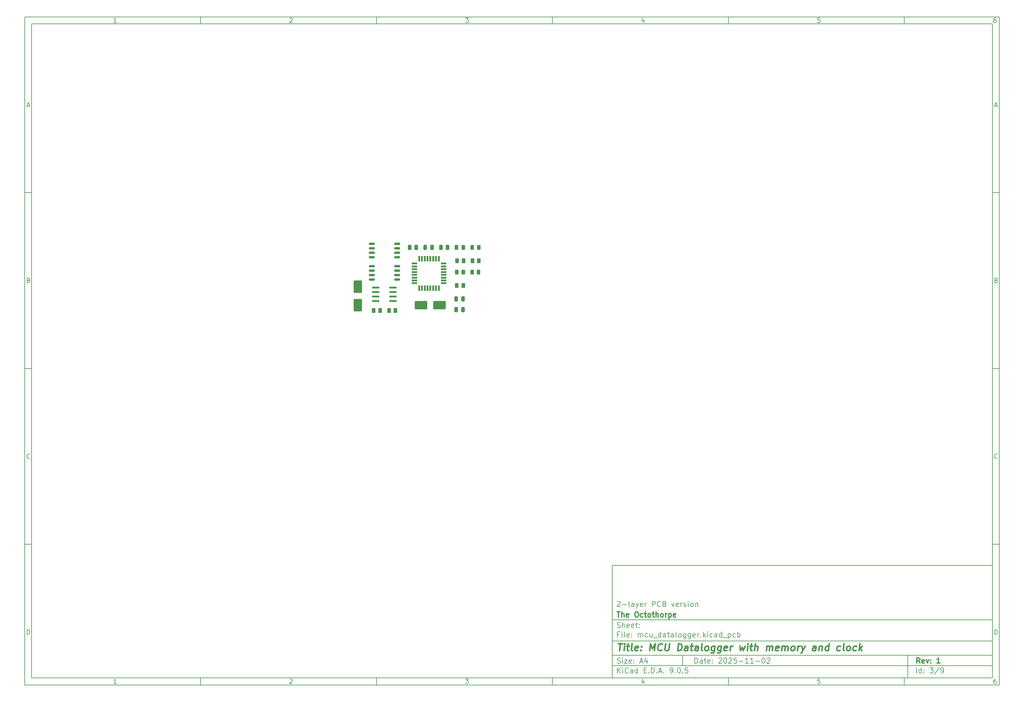
<source format=gbr>
%TF.GenerationSoftware,KiCad,Pcbnew,9.0.5*%
%TF.CreationDate,2025-11-03T15:57:16+06:00*%
%TF.ProjectId,mcu_datalogger,6d63755f-6461-4746-916c-6f676765722e,1*%
%TF.SameCoordinates,Original*%
%TF.FileFunction,Paste,Top*%
%TF.FilePolarity,Positive*%
%FSLAX46Y46*%
G04 Gerber Fmt 4.6, Leading zero omitted, Abs format (unit mm)*
G04 Created by KiCad (PCBNEW 9.0.5) date 2025-11-03 15:57:16*
%MOMM*%
%LPD*%
G01*
G04 APERTURE LIST*
G04 Aperture macros list*
%AMRoundRect*
0 Rectangle with rounded corners*
0 $1 Rounding radius*
0 $2 $3 $4 $5 $6 $7 $8 $9 X,Y pos of 4 corners*
0 Add a 4 corners polygon primitive as box body*
4,1,4,$2,$3,$4,$5,$6,$7,$8,$9,$2,$3,0*
0 Add four circle primitives for the rounded corners*
1,1,$1+$1,$2,$3*
1,1,$1+$1,$4,$5*
1,1,$1+$1,$6,$7*
1,1,$1+$1,$8,$9*
0 Add four rect primitives between the rounded corners*
20,1,$1+$1,$2,$3,$4,$5,0*
20,1,$1+$1,$4,$5,$6,$7,0*
20,1,$1+$1,$6,$7,$8,$9,0*
20,1,$1+$1,$8,$9,$2,$3,0*%
G04 Aperture macros list end*
%ADD10C,0.100000*%
%ADD11C,0.150000*%
%ADD12C,0.300000*%
%ADD13C,0.400000*%
%ADD14RoundRect,0.073750X-0.911250X-0.221250X0.911250X-0.221250X0.911250X0.221250X-0.911250X0.221250X0*%
%ADD15RoundRect,0.250000X-0.250000X-0.475000X0.250000X-0.475000X0.250000X0.475000X-0.250000X0.475000X0*%
%ADD16RoundRect,0.250000X0.250000X0.475000X-0.250000X0.475000X-0.250000X-0.475000X0.250000X-0.475000X0*%
%ADD17RoundRect,0.250000X-0.262500X-0.450000X0.262500X-0.450000X0.262500X0.450000X-0.262500X0.450000X0*%
%ADD18RoundRect,0.250000X0.262500X0.450000X-0.262500X0.450000X-0.262500X-0.450000X0.262500X-0.450000X0*%
%ADD19RoundRect,0.162500X-0.650000X-0.162500X0.650000X-0.162500X0.650000X0.162500X-0.650000X0.162500X0*%
%ADD20RoundRect,0.250001X0.949999X-1.499999X0.949999X1.499999X-0.949999X1.499999X-0.949999X-1.499999X0*%
%ADD21RoundRect,0.250001X1.499999X0.949999X-1.499999X0.949999X-1.499999X-0.949999X1.499999X-0.949999X0*%
%ADD22RoundRect,0.243750X-0.243750X-0.456250X0.243750X-0.456250X0.243750X0.456250X-0.243750X0.456250X0*%
%ADD23RoundRect,0.068750X-0.666250X-0.206250X0.666250X-0.206250X0.666250X0.206250X-0.666250X0.206250X0*%
%ADD24RoundRect,0.068750X-0.206250X-0.666250X0.206250X-0.666250X0.206250X0.666250X-0.206250X0.666250X0*%
G04 APERTURE END LIST*
D10*
D11*
X177002200Y-166007200D02*
X285002200Y-166007200D01*
X285002200Y-198007200D01*
X177002200Y-198007200D01*
X177002200Y-166007200D01*
D10*
D11*
X10000000Y-10000000D02*
X287002200Y-10000000D01*
X287002200Y-200007200D01*
X10000000Y-200007200D01*
X10000000Y-10000000D01*
D10*
D11*
X12000000Y-12000000D02*
X285002200Y-12000000D01*
X285002200Y-198007200D01*
X12000000Y-198007200D01*
X12000000Y-12000000D01*
D10*
D11*
X60000000Y-12000000D02*
X60000000Y-10000000D01*
D10*
D11*
X110000000Y-12000000D02*
X110000000Y-10000000D01*
D10*
D11*
X160000000Y-12000000D02*
X160000000Y-10000000D01*
D10*
D11*
X210000000Y-12000000D02*
X210000000Y-10000000D01*
D10*
D11*
X260000000Y-12000000D02*
X260000000Y-10000000D01*
D10*
D11*
X36089160Y-11593604D02*
X35346303Y-11593604D01*
X35717731Y-11593604D02*
X35717731Y-10293604D01*
X35717731Y-10293604D02*
X35593922Y-10479319D01*
X35593922Y-10479319D02*
X35470112Y-10603128D01*
X35470112Y-10603128D02*
X35346303Y-10665033D01*
D10*
D11*
X85346303Y-10417414D02*
X85408207Y-10355509D01*
X85408207Y-10355509D02*
X85532017Y-10293604D01*
X85532017Y-10293604D02*
X85841541Y-10293604D01*
X85841541Y-10293604D02*
X85965350Y-10355509D01*
X85965350Y-10355509D02*
X86027255Y-10417414D01*
X86027255Y-10417414D02*
X86089160Y-10541223D01*
X86089160Y-10541223D02*
X86089160Y-10665033D01*
X86089160Y-10665033D02*
X86027255Y-10850747D01*
X86027255Y-10850747D02*
X85284398Y-11593604D01*
X85284398Y-11593604D02*
X86089160Y-11593604D01*
D10*
D11*
X135284398Y-10293604D02*
X136089160Y-10293604D01*
X136089160Y-10293604D02*
X135655826Y-10788842D01*
X135655826Y-10788842D02*
X135841541Y-10788842D01*
X135841541Y-10788842D02*
X135965350Y-10850747D01*
X135965350Y-10850747D02*
X136027255Y-10912652D01*
X136027255Y-10912652D02*
X136089160Y-11036461D01*
X136089160Y-11036461D02*
X136089160Y-11345985D01*
X136089160Y-11345985D02*
X136027255Y-11469795D01*
X136027255Y-11469795D02*
X135965350Y-11531700D01*
X135965350Y-11531700D02*
X135841541Y-11593604D01*
X135841541Y-11593604D02*
X135470112Y-11593604D01*
X135470112Y-11593604D02*
X135346303Y-11531700D01*
X135346303Y-11531700D02*
X135284398Y-11469795D01*
D10*
D11*
X185965350Y-10726938D02*
X185965350Y-11593604D01*
X185655826Y-10231700D02*
X185346303Y-11160271D01*
X185346303Y-11160271D02*
X186151064Y-11160271D01*
D10*
D11*
X236027255Y-10293604D02*
X235408207Y-10293604D01*
X235408207Y-10293604D02*
X235346303Y-10912652D01*
X235346303Y-10912652D02*
X235408207Y-10850747D01*
X235408207Y-10850747D02*
X235532017Y-10788842D01*
X235532017Y-10788842D02*
X235841541Y-10788842D01*
X235841541Y-10788842D02*
X235965350Y-10850747D01*
X235965350Y-10850747D02*
X236027255Y-10912652D01*
X236027255Y-10912652D02*
X236089160Y-11036461D01*
X236089160Y-11036461D02*
X236089160Y-11345985D01*
X236089160Y-11345985D02*
X236027255Y-11469795D01*
X236027255Y-11469795D02*
X235965350Y-11531700D01*
X235965350Y-11531700D02*
X235841541Y-11593604D01*
X235841541Y-11593604D02*
X235532017Y-11593604D01*
X235532017Y-11593604D02*
X235408207Y-11531700D01*
X235408207Y-11531700D02*
X235346303Y-11469795D01*
D10*
D11*
X285965350Y-10293604D02*
X285717731Y-10293604D01*
X285717731Y-10293604D02*
X285593922Y-10355509D01*
X285593922Y-10355509D02*
X285532017Y-10417414D01*
X285532017Y-10417414D02*
X285408207Y-10603128D01*
X285408207Y-10603128D02*
X285346303Y-10850747D01*
X285346303Y-10850747D02*
X285346303Y-11345985D01*
X285346303Y-11345985D02*
X285408207Y-11469795D01*
X285408207Y-11469795D02*
X285470112Y-11531700D01*
X285470112Y-11531700D02*
X285593922Y-11593604D01*
X285593922Y-11593604D02*
X285841541Y-11593604D01*
X285841541Y-11593604D02*
X285965350Y-11531700D01*
X285965350Y-11531700D02*
X286027255Y-11469795D01*
X286027255Y-11469795D02*
X286089160Y-11345985D01*
X286089160Y-11345985D02*
X286089160Y-11036461D01*
X286089160Y-11036461D02*
X286027255Y-10912652D01*
X286027255Y-10912652D02*
X285965350Y-10850747D01*
X285965350Y-10850747D02*
X285841541Y-10788842D01*
X285841541Y-10788842D02*
X285593922Y-10788842D01*
X285593922Y-10788842D02*
X285470112Y-10850747D01*
X285470112Y-10850747D02*
X285408207Y-10912652D01*
X285408207Y-10912652D02*
X285346303Y-11036461D01*
D10*
D11*
X60000000Y-198007200D02*
X60000000Y-200007200D01*
D10*
D11*
X110000000Y-198007200D02*
X110000000Y-200007200D01*
D10*
D11*
X160000000Y-198007200D02*
X160000000Y-200007200D01*
D10*
D11*
X210000000Y-198007200D02*
X210000000Y-200007200D01*
D10*
D11*
X260000000Y-198007200D02*
X260000000Y-200007200D01*
D10*
D11*
X36089160Y-199600804D02*
X35346303Y-199600804D01*
X35717731Y-199600804D02*
X35717731Y-198300804D01*
X35717731Y-198300804D02*
X35593922Y-198486519D01*
X35593922Y-198486519D02*
X35470112Y-198610328D01*
X35470112Y-198610328D02*
X35346303Y-198672233D01*
D10*
D11*
X85346303Y-198424614D02*
X85408207Y-198362709D01*
X85408207Y-198362709D02*
X85532017Y-198300804D01*
X85532017Y-198300804D02*
X85841541Y-198300804D01*
X85841541Y-198300804D02*
X85965350Y-198362709D01*
X85965350Y-198362709D02*
X86027255Y-198424614D01*
X86027255Y-198424614D02*
X86089160Y-198548423D01*
X86089160Y-198548423D02*
X86089160Y-198672233D01*
X86089160Y-198672233D02*
X86027255Y-198857947D01*
X86027255Y-198857947D02*
X85284398Y-199600804D01*
X85284398Y-199600804D02*
X86089160Y-199600804D01*
D10*
D11*
X135284398Y-198300804D02*
X136089160Y-198300804D01*
X136089160Y-198300804D02*
X135655826Y-198796042D01*
X135655826Y-198796042D02*
X135841541Y-198796042D01*
X135841541Y-198796042D02*
X135965350Y-198857947D01*
X135965350Y-198857947D02*
X136027255Y-198919852D01*
X136027255Y-198919852D02*
X136089160Y-199043661D01*
X136089160Y-199043661D02*
X136089160Y-199353185D01*
X136089160Y-199353185D02*
X136027255Y-199476995D01*
X136027255Y-199476995D02*
X135965350Y-199538900D01*
X135965350Y-199538900D02*
X135841541Y-199600804D01*
X135841541Y-199600804D02*
X135470112Y-199600804D01*
X135470112Y-199600804D02*
X135346303Y-199538900D01*
X135346303Y-199538900D02*
X135284398Y-199476995D01*
D10*
D11*
X185965350Y-198734138D02*
X185965350Y-199600804D01*
X185655826Y-198238900D02*
X185346303Y-199167471D01*
X185346303Y-199167471D02*
X186151064Y-199167471D01*
D10*
D11*
X236027255Y-198300804D02*
X235408207Y-198300804D01*
X235408207Y-198300804D02*
X235346303Y-198919852D01*
X235346303Y-198919852D02*
X235408207Y-198857947D01*
X235408207Y-198857947D02*
X235532017Y-198796042D01*
X235532017Y-198796042D02*
X235841541Y-198796042D01*
X235841541Y-198796042D02*
X235965350Y-198857947D01*
X235965350Y-198857947D02*
X236027255Y-198919852D01*
X236027255Y-198919852D02*
X236089160Y-199043661D01*
X236089160Y-199043661D02*
X236089160Y-199353185D01*
X236089160Y-199353185D02*
X236027255Y-199476995D01*
X236027255Y-199476995D02*
X235965350Y-199538900D01*
X235965350Y-199538900D02*
X235841541Y-199600804D01*
X235841541Y-199600804D02*
X235532017Y-199600804D01*
X235532017Y-199600804D02*
X235408207Y-199538900D01*
X235408207Y-199538900D02*
X235346303Y-199476995D01*
D10*
D11*
X285965350Y-198300804D02*
X285717731Y-198300804D01*
X285717731Y-198300804D02*
X285593922Y-198362709D01*
X285593922Y-198362709D02*
X285532017Y-198424614D01*
X285532017Y-198424614D02*
X285408207Y-198610328D01*
X285408207Y-198610328D02*
X285346303Y-198857947D01*
X285346303Y-198857947D02*
X285346303Y-199353185D01*
X285346303Y-199353185D02*
X285408207Y-199476995D01*
X285408207Y-199476995D02*
X285470112Y-199538900D01*
X285470112Y-199538900D02*
X285593922Y-199600804D01*
X285593922Y-199600804D02*
X285841541Y-199600804D01*
X285841541Y-199600804D02*
X285965350Y-199538900D01*
X285965350Y-199538900D02*
X286027255Y-199476995D01*
X286027255Y-199476995D02*
X286089160Y-199353185D01*
X286089160Y-199353185D02*
X286089160Y-199043661D01*
X286089160Y-199043661D02*
X286027255Y-198919852D01*
X286027255Y-198919852D02*
X285965350Y-198857947D01*
X285965350Y-198857947D02*
X285841541Y-198796042D01*
X285841541Y-198796042D02*
X285593922Y-198796042D01*
X285593922Y-198796042D02*
X285470112Y-198857947D01*
X285470112Y-198857947D02*
X285408207Y-198919852D01*
X285408207Y-198919852D02*
X285346303Y-199043661D01*
D10*
D11*
X10000000Y-60000000D02*
X12000000Y-60000000D01*
D10*
D11*
X10000000Y-110000000D02*
X12000000Y-110000000D01*
D10*
D11*
X10000000Y-160000000D02*
X12000000Y-160000000D01*
D10*
D11*
X10690476Y-35222176D02*
X11309523Y-35222176D01*
X10566666Y-35593604D02*
X10999999Y-34293604D01*
X10999999Y-34293604D02*
X11433333Y-35593604D01*
D10*
D11*
X11092857Y-84912652D02*
X11278571Y-84974557D01*
X11278571Y-84974557D02*
X11340476Y-85036461D01*
X11340476Y-85036461D02*
X11402380Y-85160271D01*
X11402380Y-85160271D02*
X11402380Y-85345985D01*
X11402380Y-85345985D02*
X11340476Y-85469795D01*
X11340476Y-85469795D02*
X11278571Y-85531700D01*
X11278571Y-85531700D02*
X11154761Y-85593604D01*
X11154761Y-85593604D02*
X10659523Y-85593604D01*
X10659523Y-85593604D02*
X10659523Y-84293604D01*
X10659523Y-84293604D02*
X11092857Y-84293604D01*
X11092857Y-84293604D02*
X11216666Y-84355509D01*
X11216666Y-84355509D02*
X11278571Y-84417414D01*
X11278571Y-84417414D02*
X11340476Y-84541223D01*
X11340476Y-84541223D02*
X11340476Y-84665033D01*
X11340476Y-84665033D02*
X11278571Y-84788842D01*
X11278571Y-84788842D02*
X11216666Y-84850747D01*
X11216666Y-84850747D02*
X11092857Y-84912652D01*
X11092857Y-84912652D02*
X10659523Y-84912652D01*
D10*
D11*
X11402380Y-135469795D02*
X11340476Y-135531700D01*
X11340476Y-135531700D02*
X11154761Y-135593604D01*
X11154761Y-135593604D02*
X11030952Y-135593604D01*
X11030952Y-135593604D02*
X10845238Y-135531700D01*
X10845238Y-135531700D02*
X10721428Y-135407890D01*
X10721428Y-135407890D02*
X10659523Y-135284080D01*
X10659523Y-135284080D02*
X10597619Y-135036461D01*
X10597619Y-135036461D02*
X10597619Y-134850747D01*
X10597619Y-134850747D02*
X10659523Y-134603128D01*
X10659523Y-134603128D02*
X10721428Y-134479319D01*
X10721428Y-134479319D02*
X10845238Y-134355509D01*
X10845238Y-134355509D02*
X11030952Y-134293604D01*
X11030952Y-134293604D02*
X11154761Y-134293604D01*
X11154761Y-134293604D02*
X11340476Y-134355509D01*
X11340476Y-134355509D02*
X11402380Y-134417414D01*
D10*
D11*
X10659523Y-185593604D02*
X10659523Y-184293604D01*
X10659523Y-184293604D02*
X10969047Y-184293604D01*
X10969047Y-184293604D02*
X11154761Y-184355509D01*
X11154761Y-184355509D02*
X11278571Y-184479319D01*
X11278571Y-184479319D02*
X11340476Y-184603128D01*
X11340476Y-184603128D02*
X11402380Y-184850747D01*
X11402380Y-184850747D02*
X11402380Y-185036461D01*
X11402380Y-185036461D02*
X11340476Y-185284080D01*
X11340476Y-185284080D02*
X11278571Y-185407890D01*
X11278571Y-185407890D02*
X11154761Y-185531700D01*
X11154761Y-185531700D02*
X10969047Y-185593604D01*
X10969047Y-185593604D02*
X10659523Y-185593604D01*
D10*
D11*
X287002200Y-60000000D02*
X285002200Y-60000000D01*
D10*
D11*
X287002200Y-110000000D02*
X285002200Y-110000000D01*
D10*
D11*
X287002200Y-160000000D02*
X285002200Y-160000000D01*
D10*
D11*
X285692676Y-35222176D02*
X286311723Y-35222176D01*
X285568866Y-35593604D02*
X286002199Y-34293604D01*
X286002199Y-34293604D02*
X286435533Y-35593604D01*
D10*
D11*
X286095057Y-84912652D02*
X286280771Y-84974557D01*
X286280771Y-84974557D02*
X286342676Y-85036461D01*
X286342676Y-85036461D02*
X286404580Y-85160271D01*
X286404580Y-85160271D02*
X286404580Y-85345985D01*
X286404580Y-85345985D02*
X286342676Y-85469795D01*
X286342676Y-85469795D02*
X286280771Y-85531700D01*
X286280771Y-85531700D02*
X286156961Y-85593604D01*
X286156961Y-85593604D02*
X285661723Y-85593604D01*
X285661723Y-85593604D02*
X285661723Y-84293604D01*
X285661723Y-84293604D02*
X286095057Y-84293604D01*
X286095057Y-84293604D02*
X286218866Y-84355509D01*
X286218866Y-84355509D02*
X286280771Y-84417414D01*
X286280771Y-84417414D02*
X286342676Y-84541223D01*
X286342676Y-84541223D02*
X286342676Y-84665033D01*
X286342676Y-84665033D02*
X286280771Y-84788842D01*
X286280771Y-84788842D02*
X286218866Y-84850747D01*
X286218866Y-84850747D02*
X286095057Y-84912652D01*
X286095057Y-84912652D02*
X285661723Y-84912652D01*
D10*
D11*
X286404580Y-135469795D02*
X286342676Y-135531700D01*
X286342676Y-135531700D02*
X286156961Y-135593604D01*
X286156961Y-135593604D02*
X286033152Y-135593604D01*
X286033152Y-135593604D02*
X285847438Y-135531700D01*
X285847438Y-135531700D02*
X285723628Y-135407890D01*
X285723628Y-135407890D02*
X285661723Y-135284080D01*
X285661723Y-135284080D02*
X285599819Y-135036461D01*
X285599819Y-135036461D02*
X285599819Y-134850747D01*
X285599819Y-134850747D02*
X285661723Y-134603128D01*
X285661723Y-134603128D02*
X285723628Y-134479319D01*
X285723628Y-134479319D02*
X285847438Y-134355509D01*
X285847438Y-134355509D02*
X286033152Y-134293604D01*
X286033152Y-134293604D02*
X286156961Y-134293604D01*
X286156961Y-134293604D02*
X286342676Y-134355509D01*
X286342676Y-134355509D02*
X286404580Y-134417414D01*
D10*
D11*
X285661723Y-185593604D02*
X285661723Y-184293604D01*
X285661723Y-184293604D02*
X285971247Y-184293604D01*
X285971247Y-184293604D02*
X286156961Y-184355509D01*
X286156961Y-184355509D02*
X286280771Y-184479319D01*
X286280771Y-184479319D02*
X286342676Y-184603128D01*
X286342676Y-184603128D02*
X286404580Y-184850747D01*
X286404580Y-184850747D02*
X286404580Y-185036461D01*
X286404580Y-185036461D02*
X286342676Y-185284080D01*
X286342676Y-185284080D02*
X286280771Y-185407890D01*
X286280771Y-185407890D02*
X286156961Y-185531700D01*
X286156961Y-185531700D02*
X285971247Y-185593604D01*
X285971247Y-185593604D02*
X285661723Y-185593604D01*
D10*
D11*
X200458026Y-193793328D02*
X200458026Y-192293328D01*
X200458026Y-192293328D02*
X200815169Y-192293328D01*
X200815169Y-192293328D02*
X201029455Y-192364757D01*
X201029455Y-192364757D02*
X201172312Y-192507614D01*
X201172312Y-192507614D02*
X201243741Y-192650471D01*
X201243741Y-192650471D02*
X201315169Y-192936185D01*
X201315169Y-192936185D02*
X201315169Y-193150471D01*
X201315169Y-193150471D02*
X201243741Y-193436185D01*
X201243741Y-193436185D02*
X201172312Y-193579042D01*
X201172312Y-193579042D02*
X201029455Y-193721900D01*
X201029455Y-193721900D02*
X200815169Y-193793328D01*
X200815169Y-193793328D02*
X200458026Y-193793328D01*
X202600884Y-193793328D02*
X202600884Y-193007614D01*
X202600884Y-193007614D02*
X202529455Y-192864757D01*
X202529455Y-192864757D02*
X202386598Y-192793328D01*
X202386598Y-192793328D02*
X202100884Y-192793328D01*
X202100884Y-192793328D02*
X201958026Y-192864757D01*
X202600884Y-193721900D02*
X202458026Y-193793328D01*
X202458026Y-193793328D02*
X202100884Y-193793328D01*
X202100884Y-193793328D02*
X201958026Y-193721900D01*
X201958026Y-193721900D02*
X201886598Y-193579042D01*
X201886598Y-193579042D02*
X201886598Y-193436185D01*
X201886598Y-193436185D02*
X201958026Y-193293328D01*
X201958026Y-193293328D02*
X202100884Y-193221900D01*
X202100884Y-193221900D02*
X202458026Y-193221900D01*
X202458026Y-193221900D02*
X202600884Y-193150471D01*
X203100884Y-192793328D02*
X203672312Y-192793328D01*
X203315169Y-192293328D02*
X203315169Y-193579042D01*
X203315169Y-193579042D02*
X203386598Y-193721900D01*
X203386598Y-193721900D02*
X203529455Y-193793328D01*
X203529455Y-193793328D02*
X203672312Y-193793328D01*
X204743741Y-193721900D02*
X204600884Y-193793328D01*
X204600884Y-193793328D02*
X204315170Y-193793328D01*
X204315170Y-193793328D02*
X204172312Y-193721900D01*
X204172312Y-193721900D02*
X204100884Y-193579042D01*
X204100884Y-193579042D02*
X204100884Y-193007614D01*
X204100884Y-193007614D02*
X204172312Y-192864757D01*
X204172312Y-192864757D02*
X204315170Y-192793328D01*
X204315170Y-192793328D02*
X204600884Y-192793328D01*
X204600884Y-192793328D02*
X204743741Y-192864757D01*
X204743741Y-192864757D02*
X204815170Y-193007614D01*
X204815170Y-193007614D02*
X204815170Y-193150471D01*
X204815170Y-193150471D02*
X204100884Y-193293328D01*
X205458026Y-193650471D02*
X205529455Y-193721900D01*
X205529455Y-193721900D02*
X205458026Y-193793328D01*
X205458026Y-193793328D02*
X205386598Y-193721900D01*
X205386598Y-193721900D02*
X205458026Y-193650471D01*
X205458026Y-193650471D02*
X205458026Y-193793328D01*
X205458026Y-192864757D02*
X205529455Y-192936185D01*
X205529455Y-192936185D02*
X205458026Y-193007614D01*
X205458026Y-193007614D02*
X205386598Y-192936185D01*
X205386598Y-192936185D02*
X205458026Y-192864757D01*
X205458026Y-192864757D02*
X205458026Y-193007614D01*
X207243741Y-192436185D02*
X207315169Y-192364757D01*
X207315169Y-192364757D02*
X207458027Y-192293328D01*
X207458027Y-192293328D02*
X207815169Y-192293328D01*
X207815169Y-192293328D02*
X207958027Y-192364757D01*
X207958027Y-192364757D02*
X208029455Y-192436185D01*
X208029455Y-192436185D02*
X208100884Y-192579042D01*
X208100884Y-192579042D02*
X208100884Y-192721900D01*
X208100884Y-192721900D02*
X208029455Y-192936185D01*
X208029455Y-192936185D02*
X207172312Y-193793328D01*
X207172312Y-193793328D02*
X208100884Y-193793328D01*
X209029455Y-192293328D02*
X209172312Y-192293328D01*
X209172312Y-192293328D02*
X209315169Y-192364757D01*
X209315169Y-192364757D02*
X209386598Y-192436185D01*
X209386598Y-192436185D02*
X209458026Y-192579042D01*
X209458026Y-192579042D02*
X209529455Y-192864757D01*
X209529455Y-192864757D02*
X209529455Y-193221900D01*
X209529455Y-193221900D02*
X209458026Y-193507614D01*
X209458026Y-193507614D02*
X209386598Y-193650471D01*
X209386598Y-193650471D02*
X209315169Y-193721900D01*
X209315169Y-193721900D02*
X209172312Y-193793328D01*
X209172312Y-193793328D02*
X209029455Y-193793328D01*
X209029455Y-193793328D02*
X208886598Y-193721900D01*
X208886598Y-193721900D02*
X208815169Y-193650471D01*
X208815169Y-193650471D02*
X208743740Y-193507614D01*
X208743740Y-193507614D02*
X208672312Y-193221900D01*
X208672312Y-193221900D02*
X208672312Y-192864757D01*
X208672312Y-192864757D02*
X208743740Y-192579042D01*
X208743740Y-192579042D02*
X208815169Y-192436185D01*
X208815169Y-192436185D02*
X208886598Y-192364757D01*
X208886598Y-192364757D02*
X209029455Y-192293328D01*
X210100883Y-192436185D02*
X210172311Y-192364757D01*
X210172311Y-192364757D02*
X210315169Y-192293328D01*
X210315169Y-192293328D02*
X210672311Y-192293328D01*
X210672311Y-192293328D02*
X210815169Y-192364757D01*
X210815169Y-192364757D02*
X210886597Y-192436185D01*
X210886597Y-192436185D02*
X210958026Y-192579042D01*
X210958026Y-192579042D02*
X210958026Y-192721900D01*
X210958026Y-192721900D02*
X210886597Y-192936185D01*
X210886597Y-192936185D02*
X210029454Y-193793328D01*
X210029454Y-193793328D02*
X210958026Y-193793328D01*
X212315168Y-192293328D02*
X211600882Y-192293328D01*
X211600882Y-192293328D02*
X211529454Y-193007614D01*
X211529454Y-193007614D02*
X211600882Y-192936185D01*
X211600882Y-192936185D02*
X211743740Y-192864757D01*
X211743740Y-192864757D02*
X212100882Y-192864757D01*
X212100882Y-192864757D02*
X212243740Y-192936185D01*
X212243740Y-192936185D02*
X212315168Y-193007614D01*
X212315168Y-193007614D02*
X212386597Y-193150471D01*
X212386597Y-193150471D02*
X212386597Y-193507614D01*
X212386597Y-193507614D02*
X212315168Y-193650471D01*
X212315168Y-193650471D02*
X212243740Y-193721900D01*
X212243740Y-193721900D02*
X212100882Y-193793328D01*
X212100882Y-193793328D02*
X211743740Y-193793328D01*
X211743740Y-193793328D02*
X211600882Y-193721900D01*
X211600882Y-193721900D02*
X211529454Y-193650471D01*
X213029453Y-193221900D02*
X214172311Y-193221900D01*
X215672311Y-193793328D02*
X214815168Y-193793328D01*
X215243739Y-193793328D02*
X215243739Y-192293328D01*
X215243739Y-192293328D02*
X215100882Y-192507614D01*
X215100882Y-192507614D02*
X214958025Y-192650471D01*
X214958025Y-192650471D02*
X214815168Y-192721900D01*
X217100882Y-193793328D02*
X216243739Y-193793328D01*
X216672310Y-193793328D02*
X216672310Y-192293328D01*
X216672310Y-192293328D02*
X216529453Y-192507614D01*
X216529453Y-192507614D02*
X216386596Y-192650471D01*
X216386596Y-192650471D02*
X216243739Y-192721900D01*
X217743738Y-193221900D02*
X218886596Y-193221900D01*
X219886596Y-192293328D02*
X220029453Y-192293328D01*
X220029453Y-192293328D02*
X220172310Y-192364757D01*
X220172310Y-192364757D02*
X220243739Y-192436185D01*
X220243739Y-192436185D02*
X220315167Y-192579042D01*
X220315167Y-192579042D02*
X220386596Y-192864757D01*
X220386596Y-192864757D02*
X220386596Y-193221900D01*
X220386596Y-193221900D02*
X220315167Y-193507614D01*
X220315167Y-193507614D02*
X220243739Y-193650471D01*
X220243739Y-193650471D02*
X220172310Y-193721900D01*
X220172310Y-193721900D02*
X220029453Y-193793328D01*
X220029453Y-193793328D02*
X219886596Y-193793328D01*
X219886596Y-193793328D02*
X219743739Y-193721900D01*
X219743739Y-193721900D02*
X219672310Y-193650471D01*
X219672310Y-193650471D02*
X219600881Y-193507614D01*
X219600881Y-193507614D02*
X219529453Y-193221900D01*
X219529453Y-193221900D02*
X219529453Y-192864757D01*
X219529453Y-192864757D02*
X219600881Y-192579042D01*
X219600881Y-192579042D02*
X219672310Y-192436185D01*
X219672310Y-192436185D02*
X219743739Y-192364757D01*
X219743739Y-192364757D02*
X219886596Y-192293328D01*
X220958024Y-192436185D02*
X221029452Y-192364757D01*
X221029452Y-192364757D02*
X221172310Y-192293328D01*
X221172310Y-192293328D02*
X221529452Y-192293328D01*
X221529452Y-192293328D02*
X221672310Y-192364757D01*
X221672310Y-192364757D02*
X221743738Y-192436185D01*
X221743738Y-192436185D02*
X221815167Y-192579042D01*
X221815167Y-192579042D02*
X221815167Y-192721900D01*
X221815167Y-192721900D02*
X221743738Y-192936185D01*
X221743738Y-192936185D02*
X220886595Y-193793328D01*
X220886595Y-193793328D02*
X221815167Y-193793328D01*
D10*
D11*
X177002200Y-194507200D02*
X285002200Y-194507200D01*
D10*
D11*
X178458026Y-196593328D02*
X178458026Y-195093328D01*
X179315169Y-196593328D02*
X178672312Y-195736185D01*
X179315169Y-195093328D02*
X178458026Y-195950471D01*
X179958026Y-196593328D02*
X179958026Y-195593328D01*
X179958026Y-195093328D02*
X179886598Y-195164757D01*
X179886598Y-195164757D02*
X179958026Y-195236185D01*
X179958026Y-195236185D02*
X180029455Y-195164757D01*
X180029455Y-195164757D02*
X179958026Y-195093328D01*
X179958026Y-195093328D02*
X179958026Y-195236185D01*
X181529455Y-196450471D02*
X181458027Y-196521900D01*
X181458027Y-196521900D02*
X181243741Y-196593328D01*
X181243741Y-196593328D02*
X181100884Y-196593328D01*
X181100884Y-196593328D02*
X180886598Y-196521900D01*
X180886598Y-196521900D02*
X180743741Y-196379042D01*
X180743741Y-196379042D02*
X180672312Y-196236185D01*
X180672312Y-196236185D02*
X180600884Y-195950471D01*
X180600884Y-195950471D02*
X180600884Y-195736185D01*
X180600884Y-195736185D02*
X180672312Y-195450471D01*
X180672312Y-195450471D02*
X180743741Y-195307614D01*
X180743741Y-195307614D02*
X180886598Y-195164757D01*
X180886598Y-195164757D02*
X181100884Y-195093328D01*
X181100884Y-195093328D02*
X181243741Y-195093328D01*
X181243741Y-195093328D02*
X181458027Y-195164757D01*
X181458027Y-195164757D02*
X181529455Y-195236185D01*
X182815170Y-196593328D02*
X182815170Y-195807614D01*
X182815170Y-195807614D02*
X182743741Y-195664757D01*
X182743741Y-195664757D02*
X182600884Y-195593328D01*
X182600884Y-195593328D02*
X182315170Y-195593328D01*
X182315170Y-195593328D02*
X182172312Y-195664757D01*
X182815170Y-196521900D02*
X182672312Y-196593328D01*
X182672312Y-196593328D02*
X182315170Y-196593328D01*
X182315170Y-196593328D02*
X182172312Y-196521900D01*
X182172312Y-196521900D02*
X182100884Y-196379042D01*
X182100884Y-196379042D02*
X182100884Y-196236185D01*
X182100884Y-196236185D02*
X182172312Y-196093328D01*
X182172312Y-196093328D02*
X182315170Y-196021900D01*
X182315170Y-196021900D02*
X182672312Y-196021900D01*
X182672312Y-196021900D02*
X182815170Y-195950471D01*
X184172313Y-196593328D02*
X184172313Y-195093328D01*
X184172313Y-196521900D02*
X184029455Y-196593328D01*
X184029455Y-196593328D02*
X183743741Y-196593328D01*
X183743741Y-196593328D02*
X183600884Y-196521900D01*
X183600884Y-196521900D02*
X183529455Y-196450471D01*
X183529455Y-196450471D02*
X183458027Y-196307614D01*
X183458027Y-196307614D02*
X183458027Y-195879042D01*
X183458027Y-195879042D02*
X183529455Y-195736185D01*
X183529455Y-195736185D02*
X183600884Y-195664757D01*
X183600884Y-195664757D02*
X183743741Y-195593328D01*
X183743741Y-195593328D02*
X184029455Y-195593328D01*
X184029455Y-195593328D02*
X184172313Y-195664757D01*
X186029455Y-195807614D02*
X186529455Y-195807614D01*
X186743741Y-196593328D02*
X186029455Y-196593328D01*
X186029455Y-196593328D02*
X186029455Y-195093328D01*
X186029455Y-195093328D02*
X186743741Y-195093328D01*
X187386598Y-196450471D02*
X187458027Y-196521900D01*
X187458027Y-196521900D02*
X187386598Y-196593328D01*
X187386598Y-196593328D02*
X187315170Y-196521900D01*
X187315170Y-196521900D02*
X187386598Y-196450471D01*
X187386598Y-196450471D02*
X187386598Y-196593328D01*
X188100884Y-196593328D02*
X188100884Y-195093328D01*
X188100884Y-195093328D02*
X188458027Y-195093328D01*
X188458027Y-195093328D02*
X188672313Y-195164757D01*
X188672313Y-195164757D02*
X188815170Y-195307614D01*
X188815170Y-195307614D02*
X188886599Y-195450471D01*
X188886599Y-195450471D02*
X188958027Y-195736185D01*
X188958027Y-195736185D02*
X188958027Y-195950471D01*
X188958027Y-195950471D02*
X188886599Y-196236185D01*
X188886599Y-196236185D02*
X188815170Y-196379042D01*
X188815170Y-196379042D02*
X188672313Y-196521900D01*
X188672313Y-196521900D02*
X188458027Y-196593328D01*
X188458027Y-196593328D02*
X188100884Y-196593328D01*
X189600884Y-196450471D02*
X189672313Y-196521900D01*
X189672313Y-196521900D02*
X189600884Y-196593328D01*
X189600884Y-196593328D02*
X189529456Y-196521900D01*
X189529456Y-196521900D02*
X189600884Y-196450471D01*
X189600884Y-196450471D02*
X189600884Y-196593328D01*
X190243742Y-196164757D02*
X190958028Y-196164757D01*
X190100885Y-196593328D02*
X190600885Y-195093328D01*
X190600885Y-195093328D02*
X191100885Y-196593328D01*
X191600884Y-196450471D02*
X191672313Y-196521900D01*
X191672313Y-196521900D02*
X191600884Y-196593328D01*
X191600884Y-196593328D02*
X191529456Y-196521900D01*
X191529456Y-196521900D02*
X191600884Y-196450471D01*
X191600884Y-196450471D02*
X191600884Y-196593328D01*
X193529456Y-196593328D02*
X193815170Y-196593328D01*
X193815170Y-196593328D02*
X193958027Y-196521900D01*
X193958027Y-196521900D02*
X194029456Y-196450471D01*
X194029456Y-196450471D02*
X194172313Y-196236185D01*
X194172313Y-196236185D02*
X194243742Y-195950471D01*
X194243742Y-195950471D02*
X194243742Y-195379042D01*
X194243742Y-195379042D02*
X194172313Y-195236185D01*
X194172313Y-195236185D02*
X194100885Y-195164757D01*
X194100885Y-195164757D02*
X193958027Y-195093328D01*
X193958027Y-195093328D02*
X193672313Y-195093328D01*
X193672313Y-195093328D02*
X193529456Y-195164757D01*
X193529456Y-195164757D02*
X193458027Y-195236185D01*
X193458027Y-195236185D02*
X193386599Y-195379042D01*
X193386599Y-195379042D02*
X193386599Y-195736185D01*
X193386599Y-195736185D02*
X193458027Y-195879042D01*
X193458027Y-195879042D02*
X193529456Y-195950471D01*
X193529456Y-195950471D02*
X193672313Y-196021900D01*
X193672313Y-196021900D02*
X193958027Y-196021900D01*
X193958027Y-196021900D02*
X194100885Y-195950471D01*
X194100885Y-195950471D02*
X194172313Y-195879042D01*
X194172313Y-195879042D02*
X194243742Y-195736185D01*
X194886598Y-196450471D02*
X194958027Y-196521900D01*
X194958027Y-196521900D02*
X194886598Y-196593328D01*
X194886598Y-196593328D02*
X194815170Y-196521900D01*
X194815170Y-196521900D02*
X194886598Y-196450471D01*
X194886598Y-196450471D02*
X194886598Y-196593328D01*
X195886599Y-195093328D02*
X196029456Y-195093328D01*
X196029456Y-195093328D02*
X196172313Y-195164757D01*
X196172313Y-195164757D02*
X196243742Y-195236185D01*
X196243742Y-195236185D02*
X196315170Y-195379042D01*
X196315170Y-195379042D02*
X196386599Y-195664757D01*
X196386599Y-195664757D02*
X196386599Y-196021900D01*
X196386599Y-196021900D02*
X196315170Y-196307614D01*
X196315170Y-196307614D02*
X196243742Y-196450471D01*
X196243742Y-196450471D02*
X196172313Y-196521900D01*
X196172313Y-196521900D02*
X196029456Y-196593328D01*
X196029456Y-196593328D02*
X195886599Y-196593328D01*
X195886599Y-196593328D02*
X195743742Y-196521900D01*
X195743742Y-196521900D02*
X195672313Y-196450471D01*
X195672313Y-196450471D02*
X195600884Y-196307614D01*
X195600884Y-196307614D02*
X195529456Y-196021900D01*
X195529456Y-196021900D02*
X195529456Y-195664757D01*
X195529456Y-195664757D02*
X195600884Y-195379042D01*
X195600884Y-195379042D02*
X195672313Y-195236185D01*
X195672313Y-195236185D02*
X195743742Y-195164757D01*
X195743742Y-195164757D02*
X195886599Y-195093328D01*
X197029455Y-196450471D02*
X197100884Y-196521900D01*
X197100884Y-196521900D02*
X197029455Y-196593328D01*
X197029455Y-196593328D02*
X196958027Y-196521900D01*
X196958027Y-196521900D02*
X197029455Y-196450471D01*
X197029455Y-196450471D02*
X197029455Y-196593328D01*
X198458027Y-195093328D02*
X197743741Y-195093328D01*
X197743741Y-195093328D02*
X197672313Y-195807614D01*
X197672313Y-195807614D02*
X197743741Y-195736185D01*
X197743741Y-195736185D02*
X197886599Y-195664757D01*
X197886599Y-195664757D02*
X198243741Y-195664757D01*
X198243741Y-195664757D02*
X198386599Y-195736185D01*
X198386599Y-195736185D02*
X198458027Y-195807614D01*
X198458027Y-195807614D02*
X198529456Y-195950471D01*
X198529456Y-195950471D02*
X198529456Y-196307614D01*
X198529456Y-196307614D02*
X198458027Y-196450471D01*
X198458027Y-196450471D02*
X198386599Y-196521900D01*
X198386599Y-196521900D02*
X198243741Y-196593328D01*
X198243741Y-196593328D02*
X197886599Y-196593328D01*
X197886599Y-196593328D02*
X197743741Y-196521900D01*
X197743741Y-196521900D02*
X197672313Y-196450471D01*
D10*
D11*
X177002200Y-191507200D02*
X285002200Y-191507200D01*
D10*
D12*
X264413853Y-193785528D02*
X263913853Y-193071242D01*
X263556710Y-193785528D02*
X263556710Y-192285528D01*
X263556710Y-192285528D02*
X264128139Y-192285528D01*
X264128139Y-192285528D02*
X264270996Y-192356957D01*
X264270996Y-192356957D02*
X264342425Y-192428385D01*
X264342425Y-192428385D02*
X264413853Y-192571242D01*
X264413853Y-192571242D02*
X264413853Y-192785528D01*
X264413853Y-192785528D02*
X264342425Y-192928385D01*
X264342425Y-192928385D02*
X264270996Y-192999814D01*
X264270996Y-192999814D02*
X264128139Y-193071242D01*
X264128139Y-193071242D02*
X263556710Y-193071242D01*
X265628139Y-193714100D02*
X265485282Y-193785528D01*
X265485282Y-193785528D02*
X265199568Y-193785528D01*
X265199568Y-193785528D02*
X265056710Y-193714100D01*
X265056710Y-193714100D02*
X264985282Y-193571242D01*
X264985282Y-193571242D02*
X264985282Y-192999814D01*
X264985282Y-192999814D02*
X265056710Y-192856957D01*
X265056710Y-192856957D02*
X265199568Y-192785528D01*
X265199568Y-192785528D02*
X265485282Y-192785528D01*
X265485282Y-192785528D02*
X265628139Y-192856957D01*
X265628139Y-192856957D02*
X265699568Y-192999814D01*
X265699568Y-192999814D02*
X265699568Y-193142671D01*
X265699568Y-193142671D02*
X264985282Y-193285528D01*
X266199567Y-192785528D02*
X266556710Y-193785528D01*
X266556710Y-193785528D02*
X266913853Y-192785528D01*
X267485281Y-193642671D02*
X267556710Y-193714100D01*
X267556710Y-193714100D02*
X267485281Y-193785528D01*
X267485281Y-193785528D02*
X267413853Y-193714100D01*
X267413853Y-193714100D02*
X267485281Y-193642671D01*
X267485281Y-193642671D02*
X267485281Y-193785528D01*
X267485281Y-192856957D02*
X267556710Y-192928385D01*
X267556710Y-192928385D02*
X267485281Y-192999814D01*
X267485281Y-192999814D02*
X267413853Y-192928385D01*
X267413853Y-192928385D02*
X267485281Y-192856957D01*
X267485281Y-192856957D02*
X267485281Y-192999814D01*
X270128139Y-193785528D02*
X269270996Y-193785528D01*
X269699567Y-193785528D02*
X269699567Y-192285528D01*
X269699567Y-192285528D02*
X269556710Y-192499814D01*
X269556710Y-192499814D02*
X269413853Y-192642671D01*
X269413853Y-192642671D02*
X269270996Y-192714100D01*
D10*
D11*
X178386598Y-193721900D02*
X178600884Y-193793328D01*
X178600884Y-193793328D02*
X178958026Y-193793328D01*
X178958026Y-193793328D02*
X179100884Y-193721900D01*
X179100884Y-193721900D02*
X179172312Y-193650471D01*
X179172312Y-193650471D02*
X179243741Y-193507614D01*
X179243741Y-193507614D02*
X179243741Y-193364757D01*
X179243741Y-193364757D02*
X179172312Y-193221900D01*
X179172312Y-193221900D02*
X179100884Y-193150471D01*
X179100884Y-193150471D02*
X178958026Y-193079042D01*
X178958026Y-193079042D02*
X178672312Y-193007614D01*
X178672312Y-193007614D02*
X178529455Y-192936185D01*
X178529455Y-192936185D02*
X178458026Y-192864757D01*
X178458026Y-192864757D02*
X178386598Y-192721900D01*
X178386598Y-192721900D02*
X178386598Y-192579042D01*
X178386598Y-192579042D02*
X178458026Y-192436185D01*
X178458026Y-192436185D02*
X178529455Y-192364757D01*
X178529455Y-192364757D02*
X178672312Y-192293328D01*
X178672312Y-192293328D02*
X179029455Y-192293328D01*
X179029455Y-192293328D02*
X179243741Y-192364757D01*
X179886597Y-193793328D02*
X179886597Y-192793328D01*
X179886597Y-192293328D02*
X179815169Y-192364757D01*
X179815169Y-192364757D02*
X179886597Y-192436185D01*
X179886597Y-192436185D02*
X179958026Y-192364757D01*
X179958026Y-192364757D02*
X179886597Y-192293328D01*
X179886597Y-192293328D02*
X179886597Y-192436185D01*
X180458026Y-192793328D02*
X181243741Y-192793328D01*
X181243741Y-192793328D02*
X180458026Y-193793328D01*
X180458026Y-193793328D02*
X181243741Y-193793328D01*
X182386598Y-193721900D02*
X182243741Y-193793328D01*
X182243741Y-193793328D02*
X181958027Y-193793328D01*
X181958027Y-193793328D02*
X181815169Y-193721900D01*
X181815169Y-193721900D02*
X181743741Y-193579042D01*
X181743741Y-193579042D02*
X181743741Y-193007614D01*
X181743741Y-193007614D02*
X181815169Y-192864757D01*
X181815169Y-192864757D02*
X181958027Y-192793328D01*
X181958027Y-192793328D02*
X182243741Y-192793328D01*
X182243741Y-192793328D02*
X182386598Y-192864757D01*
X182386598Y-192864757D02*
X182458027Y-193007614D01*
X182458027Y-193007614D02*
X182458027Y-193150471D01*
X182458027Y-193150471D02*
X181743741Y-193293328D01*
X183100883Y-193650471D02*
X183172312Y-193721900D01*
X183172312Y-193721900D02*
X183100883Y-193793328D01*
X183100883Y-193793328D02*
X183029455Y-193721900D01*
X183029455Y-193721900D02*
X183100883Y-193650471D01*
X183100883Y-193650471D02*
X183100883Y-193793328D01*
X183100883Y-192864757D02*
X183172312Y-192936185D01*
X183172312Y-192936185D02*
X183100883Y-193007614D01*
X183100883Y-193007614D02*
X183029455Y-192936185D01*
X183029455Y-192936185D02*
X183100883Y-192864757D01*
X183100883Y-192864757D02*
X183100883Y-193007614D01*
X184886598Y-193364757D02*
X185600884Y-193364757D01*
X184743741Y-193793328D02*
X185243741Y-192293328D01*
X185243741Y-192293328D02*
X185743741Y-193793328D01*
X186886598Y-192793328D02*
X186886598Y-193793328D01*
X186529455Y-192221900D02*
X186172312Y-193293328D01*
X186172312Y-193293328D02*
X187100883Y-193293328D01*
D10*
D11*
X263458026Y-196593328D02*
X263458026Y-195093328D01*
X264815170Y-196593328D02*
X264815170Y-195093328D01*
X264815170Y-196521900D02*
X264672312Y-196593328D01*
X264672312Y-196593328D02*
X264386598Y-196593328D01*
X264386598Y-196593328D02*
X264243741Y-196521900D01*
X264243741Y-196521900D02*
X264172312Y-196450471D01*
X264172312Y-196450471D02*
X264100884Y-196307614D01*
X264100884Y-196307614D02*
X264100884Y-195879042D01*
X264100884Y-195879042D02*
X264172312Y-195736185D01*
X264172312Y-195736185D02*
X264243741Y-195664757D01*
X264243741Y-195664757D02*
X264386598Y-195593328D01*
X264386598Y-195593328D02*
X264672312Y-195593328D01*
X264672312Y-195593328D02*
X264815170Y-195664757D01*
X265529455Y-196450471D02*
X265600884Y-196521900D01*
X265600884Y-196521900D02*
X265529455Y-196593328D01*
X265529455Y-196593328D02*
X265458027Y-196521900D01*
X265458027Y-196521900D02*
X265529455Y-196450471D01*
X265529455Y-196450471D02*
X265529455Y-196593328D01*
X265529455Y-195664757D02*
X265600884Y-195736185D01*
X265600884Y-195736185D02*
X265529455Y-195807614D01*
X265529455Y-195807614D02*
X265458027Y-195736185D01*
X265458027Y-195736185D02*
X265529455Y-195664757D01*
X265529455Y-195664757D02*
X265529455Y-195807614D01*
X267243741Y-195093328D02*
X268172313Y-195093328D01*
X268172313Y-195093328D02*
X267672313Y-195664757D01*
X267672313Y-195664757D02*
X267886598Y-195664757D01*
X267886598Y-195664757D02*
X268029456Y-195736185D01*
X268029456Y-195736185D02*
X268100884Y-195807614D01*
X268100884Y-195807614D02*
X268172313Y-195950471D01*
X268172313Y-195950471D02*
X268172313Y-196307614D01*
X268172313Y-196307614D02*
X268100884Y-196450471D01*
X268100884Y-196450471D02*
X268029456Y-196521900D01*
X268029456Y-196521900D02*
X267886598Y-196593328D01*
X267886598Y-196593328D02*
X267458027Y-196593328D01*
X267458027Y-196593328D02*
X267315170Y-196521900D01*
X267315170Y-196521900D02*
X267243741Y-196450471D01*
X269886598Y-195021900D02*
X268600884Y-196950471D01*
X270458027Y-196593328D02*
X270743741Y-196593328D01*
X270743741Y-196593328D02*
X270886598Y-196521900D01*
X270886598Y-196521900D02*
X270958027Y-196450471D01*
X270958027Y-196450471D02*
X271100884Y-196236185D01*
X271100884Y-196236185D02*
X271172313Y-195950471D01*
X271172313Y-195950471D02*
X271172313Y-195379042D01*
X271172313Y-195379042D02*
X271100884Y-195236185D01*
X271100884Y-195236185D02*
X271029456Y-195164757D01*
X271029456Y-195164757D02*
X270886598Y-195093328D01*
X270886598Y-195093328D02*
X270600884Y-195093328D01*
X270600884Y-195093328D02*
X270458027Y-195164757D01*
X270458027Y-195164757D02*
X270386598Y-195236185D01*
X270386598Y-195236185D02*
X270315170Y-195379042D01*
X270315170Y-195379042D02*
X270315170Y-195736185D01*
X270315170Y-195736185D02*
X270386598Y-195879042D01*
X270386598Y-195879042D02*
X270458027Y-195950471D01*
X270458027Y-195950471D02*
X270600884Y-196021900D01*
X270600884Y-196021900D02*
X270886598Y-196021900D01*
X270886598Y-196021900D02*
X271029456Y-195950471D01*
X271029456Y-195950471D02*
X271100884Y-195879042D01*
X271100884Y-195879042D02*
X271172313Y-195736185D01*
D10*
D11*
X177002200Y-187507200D02*
X285002200Y-187507200D01*
D10*
D13*
X178693928Y-188211638D02*
X179836785Y-188211638D01*
X179015357Y-190211638D02*
X179265357Y-188211638D01*
X180253452Y-190211638D02*
X180420119Y-188878304D01*
X180503452Y-188211638D02*
X180396309Y-188306876D01*
X180396309Y-188306876D02*
X180479643Y-188402114D01*
X180479643Y-188402114D02*
X180586786Y-188306876D01*
X180586786Y-188306876D02*
X180503452Y-188211638D01*
X180503452Y-188211638D02*
X180479643Y-188402114D01*
X181086786Y-188878304D02*
X181848690Y-188878304D01*
X181455833Y-188211638D02*
X181241548Y-189925923D01*
X181241548Y-189925923D02*
X181312976Y-190116400D01*
X181312976Y-190116400D02*
X181491548Y-190211638D01*
X181491548Y-190211638D02*
X181682024Y-190211638D01*
X182634405Y-190211638D02*
X182455833Y-190116400D01*
X182455833Y-190116400D02*
X182384405Y-189925923D01*
X182384405Y-189925923D02*
X182598690Y-188211638D01*
X184170119Y-190116400D02*
X183967738Y-190211638D01*
X183967738Y-190211638D02*
X183586785Y-190211638D01*
X183586785Y-190211638D02*
X183408214Y-190116400D01*
X183408214Y-190116400D02*
X183336785Y-189925923D01*
X183336785Y-189925923D02*
X183432024Y-189164019D01*
X183432024Y-189164019D02*
X183551071Y-188973542D01*
X183551071Y-188973542D02*
X183753452Y-188878304D01*
X183753452Y-188878304D02*
X184134404Y-188878304D01*
X184134404Y-188878304D02*
X184312976Y-188973542D01*
X184312976Y-188973542D02*
X184384404Y-189164019D01*
X184384404Y-189164019D02*
X184360595Y-189354495D01*
X184360595Y-189354495D02*
X183384404Y-189544971D01*
X185134405Y-190021161D02*
X185217738Y-190116400D01*
X185217738Y-190116400D02*
X185110595Y-190211638D01*
X185110595Y-190211638D02*
X185027262Y-190116400D01*
X185027262Y-190116400D02*
X185134405Y-190021161D01*
X185134405Y-190021161D02*
X185110595Y-190211638D01*
X185265357Y-188973542D02*
X185348690Y-189068780D01*
X185348690Y-189068780D02*
X185241548Y-189164019D01*
X185241548Y-189164019D02*
X185158214Y-189068780D01*
X185158214Y-189068780D02*
X185265357Y-188973542D01*
X185265357Y-188973542D02*
X185241548Y-189164019D01*
X187586786Y-190211638D02*
X187836786Y-188211638D01*
X187836786Y-188211638D02*
X188324881Y-189640209D01*
X188324881Y-189640209D02*
X189170120Y-188211638D01*
X189170120Y-188211638D02*
X188920120Y-190211638D01*
X191039167Y-190021161D02*
X190932024Y-190116400D01*
X190932024Y-190116400D02*
X190634405Y-190211638D01*
X190634405Y-190211638D02*
X190443929Y-190211638D01*
X190443929Y-190211638D02*
X190170119Y-190116400D01*
X190170119Y-190116400D02*
X190003453Y-189925923D01*
X190003453Y-189925923D02*
X189932024Y-189735447D01*
X189932024Y-189735447D02*
X189884405Y-189354495D01*
X189884405Y-189354495D02*
X189920119Y-189068780D01*
X189920119Y-189068780D02*
X190062976Y-188687828D01*
X190062976Y-188687828D02*
X190182024Y-188497352D01*
X190182024Y-188497352D02*
X190396310Y-188306876D01*
X190396310Y-188306876D02*
X190693929Y-188211638D01*
X190693929Y-188211638D02*
X190884405Y-188211638D01*
X190884405Y-188211638D02*
X191158215Y-188306876D01*
X191158215Y-188306876D02*
X191241548Y-188402114D01*
X192122500Y-188211638D02*
X191920119Y-189830685D01*
X191920119Y-189830685D02*
X191991548Y-190021161D01*
X191991548Y-190021161D02*
X192074881Y-190116400D01*
X192074881Y-190116400D02*
X192253453Y-190211638D01*
X192253453Y-190211638D02*
X192634405Y-190211638D01*
X192634405Y-190211638D02*
X192836786Y-190116400D01*
X192836786Y-190116400D02*
X192943929Y-190021161D01*
X192943929Y-190021161D02*
X193062976Y-189830685D01*
X193062976Y-189830685D02*
X193265357Y-188211638D01*
X195491548Y-190211638D02*
X195741548Y-188211638D01*
X195741548Y-188211638D02*
X196217739Y-188211638D01*
X196217739Y-188211638D02*
X196491548Y-188306876D01*
X196491548Y-188306876D02*
X196658215Y-188497352D01*
X196658215Y-188497352D02*
X196729643Y-188687828D01*
X196729643Y-188687828D02*
X196777263Y-189068780D01*
X196777263Y-189068780D02*
X196741548Y-189354495D01*
X196741548Y-189354495D02*
X196598691Y-189735447D01*
X196598691Y-189735447D02*
X196479643Y-189925923D01*
X196479643Y-189925923D02*
X196265358Y-190116400D01*
X196265358Y-190116400D02*
X195967739Y-190211638D01*
X195967739Y-190211638D02*
X195491548Y-190211638D01*
X198348691Y-190211638D02*
X198479643Y-189164019D01*
X198479643Y-189164019D02*
X198408215Y-188973542D01*
X198408215Y-188973542D02*
X198229643Y-188878304D01*
X198229643Y-188878304D02*
X197848691Y-188878304D01*
X197848691Y-188878304D02*
X197646310Y-188973542D01*
X198360596Y-190116400D02*
X198158215Y-190211638D01*
X198158215Y-190211638D02*
X197682024Y-190211638D01*
X197682024Y-190211638D02*
X197503453Y-190116400D01*
X197503453Y-190116400D02*
X197432024Y-189925923D01*
X197432024Y-189925923D02*
X197455834Y-189735447D01*
X197455834Y-189735447D02*
X197574882Y-189544971D01*
X197574882Y-189544971D02*
X197777263Y-189449733D01*
X197777263Y-189449733D02*
X198253453Y-189449733D01*
X198253453Y-189449733D02*
X198455834Y-189354495D01*
X199182025Y-188878304D02*
X199943929Y-188878304D01*
X199551072Y-188211638D02*
X199336787Y-189925923D01*
X199336787Y-189925923D02*
X199408215Y-190116400D01*
X199408215Y-190116400D02*
X199586787Y-190211638D01*
X199586787Y-190211638D02*
X199777263Y-190211638D01*
X201301072Y-190211638D02*
X201432024Y-189164019D01*
X201432024Y-189164019D02*
X201360596Y-188973542D01*
X201360596Y-188973542D02*
X201182024Y-188878304D01*
X201182024Y-188878304D02*
X200801072Y-188878304D01*
X200801072Y-188878304D02*
X200598691Y-188973542D01*
X201312977Y-190116400D02*
X201110596Y-190211638D01*
X201110596Y-190211638D02*
X200634405Y-190211638D01*
X200634405Y-190211638D02*
X200455834Y-190116400D01*
X200455834Y-190116400D02*
X200384405Y-189925923D01*
X200384405Y-189925923D02*
X200408215Y-189735447D01*
X200408215Y-189735447D02*
X200527263Y-189544971D01*
X200527263Y-189544971D02*
X200729644Y-189449733D01*
X200729644Y-189449733D02*
X201205834Y-189449733D01*
X201205834Y-189449733D02*
X201408215Y-189354495D01*
X202539168Y-190211638D02*
X202360596Y-190116400D01*
X202360596Y-190116400D02*
X202289168Y-189925923D01*
X202289168Y-189925923D02*
X202503453Y-188211638D01*
X203586787Y-190211638D02*
X203408215Y-190116400D01*
X203408215Y-190116400D02*
X203324882Y-190021161D01*
X203324882Y-190021161D02*
X203253453Y-189830685D01*
X203253453Y-189830685D02*
X203324882Y-189259257D01*
X203324882Y-189259257D02*
X203443929Y-189068780D01*
X203443929Y-189068780D02*
X203551072Y-188973542D01*
X203551072Y-188973542D02*
X203753453Y-188878304D01*
X203753453Y-188878304D02*
X204039167Y-188878304D01*
X204039167Y-188878304D02*
X204217739Y-188973542D01*
X204217739Y-188973542D02*
X204301072Y-189068780D01*
X204301072Y-189068780D02*
X204372501Y-189259257D01*
X204372501Y-189259257D02*
X204301072Y-189830685D01*
X204301072Y-189830685D02*
X204182025Y-190021161D01*
X204182025Y-190021161D02*
X204074882Y-190116400D01*
X204074882Y-190116400D02*
X203872501Y-190211638D01*
X203872501Y-190211638D02*
X203586787Y-190211638D01*
X206134406Y-188878304D02*
X205932025Y-190497352D01*
X205932025Y-190497352D02*
X205812977Y-190687828D01*
X205812977Y-190687828D02*
X205705834Y-190783066D01*
X205705834Y-190783066D02*
X205503453Y-190878304D01*
X205503453Y-190878304D02*
X205217739Y-190878304D01*
X205217739Y-190878304D02*
X205039168Y-190783066D01*
X205979644Y-190116400D02*
X205777263Y-190211638D01*
X205777263Y-190211638D02*
X205396311Y-190211638D01*
X205396311Y-190211638D02*
X205217739Y-190116400D01*
X205217739Y-190116400D02*
X205134406Y-190021161D01*
X205134406Y-190021161D02*
X205062977Y-189830685D01*
X205062977Y-189830685D02*
X205134406Y-189259257D01*
X205134406Y-189259257D02*
X205253453Y-189068780D01*
X205253453Y-189068780D02*
X205360596Y-188973542D01*
X205360596Y-188973542D02*
X205562977Y-188878304D01*
X205562977Y-188878304D02*
X205943930Y-188878304D01*
X205943930Y-188878304D02*
X206122501Y-188973542D01*
X207943930Y-188878304D02*
X207741549Y-190497352D01*
X207741549Y-190497352D02*
X207622501Y-190687828D01*
X207622501Y-190687828D02*
X207515358Y-190783066D01*
X207515358Y-190783066D02*
X207312977Y-190878304D01*
X207312977Y-190878304D02*
X207027263Y-190878304D01*
X207027263Y-190878304D02*
X206848692Y-190783066D01*
X207789168Y-190116400D02*
X207586787Y-190211638D01*
X207586787Y-190211638D02*
X207205835Y-190211638D01*
X207205835Y-190211638D02*
X207027263Y-190116400D01*
X207027263Y-190116400D02*
X206943930Y-190021161D01*
X206943930Y-190021161D02*
X206872501Y-189830685D01*
X206872501Y-189830685D02*
X206943930Y-189259257D01*
X206943930Y-189259257D02*
X207062977Y-189068780D01*
X207062977Y-189068780D02*
X207170120Y-188973542D01*
X207170120Y-188973542D02*
X207372501Y-188878304D01*
X207372501Y-188878304D02*
X207753454Y-188878304D01*
X207753454Y-188878304D02*
X207932025Y-188973542D01*
X209503454Y-190116400D02*
X209301073Y-190211638D01*
X209301073Y-190211638D02*
X208920120Y-190211638D01*
X208920120Y-190211638D02*
X208741549Y-190116400D01*
X208741549Y-190116400D02*
X208670120Y-189925923D01*
X208670120Y-189925923D02*
X208765359Y-189164019D01*
X208765359Y-189164019D02*
X208884406Y-188973542D01*
X208884406Y-188973542D02*
X209086787Y-188878304D01*
X209086787Y-188878304D02*
X209467739Y-188878304D01*
X209467739Y-188878304D02*
X209646311Y-188973542D01*
X209646311Y-188973542D02*
X209717739Y-189164019D01*
X209717739Y-189164019D02*
X209693930Y-189354495D01*
X209693930Y-189354495D02*
X208717739Y-189544971D01*
X210443930Y-190211638D02*
X210610597Y-188878304D01*
X210562978Y-189259257D02*
X210682025Y-189068780D01*
X210682025Y-189068780D02*
X210789168Y-188973542D01*
X210789168Y-188973542D02*
X210991549Y-188878304D01*
X210991549Y-188878304D02*
X211182025Y-188878304D01*
X213182026Y-188878304D02*
X213396311Y-190211638D01*
X213396311Y-190211638D02*
X213896311Y-189259257D01*
X213896311Y-189259257D02*
X214158216Y-190211638D01*
X214158216Y-190211638D02*
X214705835Y-188878304D01*
X215301073Y-190211638D02*
X215467740Y-188878304D01*
X215551073Y-188211638D02*
X215443930Y-188306876D01*
X215443930Y-188306876D02*
X215527264Y-188402114D01*
X215527264Y-188402114D02*
X215634407Y-188306876D01*
X215634407Y-188306876D02*
X215551073Y-188211638D01*
X215551073Y-188211638D02*
X215527264Y-188402114D01*
X216134407Y-188878304D02*
X216896311Y-188878304D01*
X216503454Y-188211638D02*
X216289169Y-189925923D01*
X216289169Y-189925923D02*
X216360597Y-190116400D01*
X216360597Y-190116400D02*
X216539169Y-190211638D01*
X216539169Y-190211638D02*
X216729645Y-190211638D01*
X217396311Y-190211638D02*
X217646311Y-188211638D01*
X218253454Y-190211638D02*
X218384406Y-189164019D01*
X218384406Y-189164019D02*
X218312978Y-188973542D01*
X218312978Y-188973542D02*
X218134406Y-188878304D01*
X218134406Y-188878304D02*
X217848692Y-188878304D01*
X217848692Y-188878304D02*
X217646311Y-188973542D01*
X217646311Y-188973542D02*
X217539168Y-189068780D01*
X220729645Y-190211638D02*
X220896312Y-188878304D01*
X220872502Y-189068780D02*
X220979645Y-188973542D01*
X220979645Y-188973542D02*
X221182026Y-188878304D01*
X221182026Y-188878304D02*
X221467740Y-188878304D01*
X221467740Y-188878304D02*
X221646312Y-188973542D01*
X221646312Y-188973542D02*
X221717740Y-189164019D01*
X221717740Y-189164019D02*
X221586788Y-190211638D01*
X221717740Y-189164019D02*
X221836788Y-188973542D01*
X221836788Y-188973542D02*
X222039169Y-188878304D01*
X222039169Y-188878304D02*
X222324883Y-188878304D01*
X222324883Y-188878304D02*
X222503455Y-188973542D01*
X222503455Y-188973542D02*
X222574883Y-189164019D01*
X222574883Y-189164019D02*
X222443931Y-190211638D01*
X224170122Y-190116400D02*
X223967741Y-190211638D01*
X223967741Y-190211638D02*
X223586788Y-190211638D01*
X223586788Y-190211638D02*
X223408217Y-190116400D01*
X223408217Y-190116400D02*
X223336788Y-189925923D01*
X223336788Y-189925923D02*
X223432027Y-189164019D01*
X223432027Y-189164019D02*
X223551074Y-188973542D01*
X223551074Y-188973542D02*
X223753455Y-188878304D01*
X223753455Y-188878304D02*
X224134407Y-188878304D01*
X224134407Y-188878304D02*
X224312979Y-188973542D01*
X224312979Y-188973542D02*
X224384407Y-189164019D01*
X224384407Y-189164019D02*
X224360598Y-189354495D01*
X224360598Y-189354495D02*
X223384407Y-189544971D01*
X225110598Y-190211638D02*
X225277265Y-188878304D01*
X225253455Y-189068780D02*
X225360598Y-188973542D01*
X225360598Y-188973542D02*
X225562979Y-188878304D01*
X225562979Y-188878304D02*
X225848693Y-188878304D01*
X225848693Y-188878304D02*
X226027265Y-188973542D01*
X226027265Y-188973542D02*
X226098693Y-189164019D01*
X226098693Y-189164019D02*
X225967741Y-190211638D01*
X226098693Y-189164019D02*
X226217741Y-188973542D01*
X226217741Y-188973542D02*
X226420122Y-188878304D01*
X226420122Y-188878304D02*
X226705836Y-188878304D01*
X226705836Y-188878304D02*
X226884408Y-188973542D01*
X226884408Y-188973542D02*
X226955836Y-189164019D01*
X226955836Y-189164019D02*
X226824884Y-190211638D01*
X228062980Y-190211638D02*
X227884408Y-190116400D01*
X227884408Y-190116400D02*
X227801075Y-190021161D01*
X227801075Y-190021161D02*
X227729646Y-189830685D01*
X227729646Y-189830685D02*
X227801075Y-189259257D01*
X227801075Y-189259257D02*
X227920122Y-189068780D01*
X227920122Y-189068780D02*
X228027265Y-188973542D01*
X228027265Y-188973542D02*
X228229646Y-188878304D01*
X228229646Y-188878304D02*
X228515360Y-188878304D01*
X228515360Y-188878304D02*
X228693932Y-188973542D01*
X228693932Y-188973542D02*
X228777265Y-189068780D01*
X228777265Y-189068780D02*
X228848694Y-189259257D01*
X228848694Y-189259257D02*
X228777265Y-189830685D01*
X228777265Y-189830685D02*
X228658218Y-190021161D01*
X228658218Y-190021161D02*
X228551075Y-190116400D01*
X228551075Y-190116400D02*
X228348694Y-190211638D01*
X228348694Y-190211638D02*
X228062980Y-190211638D01*
X229586789Y-190211638D02*
X229753456Y-188878304D01*
X229705837Y-189259257D02*
X229824884Y-189068780D01*
X229824884Y-189068780D02*
X229932027Y-188973542D01*
X229932027Y-188973542D02*
X230134408Y-188878304D01*
X230134408Y-188878304D02*
X230324884Y-188878304D01*
X230801075Y-188878304D02*
X231110599Y-190211638D01*
X231753456Y-188878304D02*
X231110599Y-190211638D01*
X231110599Y-190211638D02*
X230860599Y-190687828D01*
X230860599Y-190687828D02*
X230753456Y-190783066D01*
X230753456Y-190783066D02*
X230551075Y-190878304D01*
X234729647Y-190211638D02*
X234860599Y-189164019D01*
X234860599Y-189164019D02*
X234789171Y-188973542D01*
X234789171Y-188973542D02*
X234610599Y-188878304D01*
X234610599Y-188878304D02*
X234229647Y-188878304D01*
X234229647Y-188878304D02*
X234027266Y-188973542D01*
X234741552Y-190116400D02*
X234539171Y-190211638D01*
X234539171Y-190211638D02*
X234062980Y-190211638D01*
X234062980Y-190211638D02*
X233884409Y-190116400D01*
X233884409Y-190116400D02*
X233812980Y-189925923D01*
X233812980Y-189925923D02*
X233836790Y-189735447D01*
X233836790Y-189735447D02*
X233955838Y-189544971D01*
X233955838Y-189544971D02*
X234158219Y-189449733D01*
X234158219Y-189449733D02*
X234634409Y-189449733D01*
X234634409Y-189449733D02*
X234836790Y-189354495D01*
X235848695Y-188878304D02*
X235682028Y-190211638D01*
X235824885Y-189068780D02*
X235932028Y-188973542D01*
X235932028Y-188973542D02*
X236134409Y-188878304D01*
X236134409Y-188878304D02*
X236420123Y-188878304D01*
X236420123Y-188878304D02*
X236598695Y-188973542D01*
X236598695Y-188973542D02*
X236670123Y-189164019D01*
X236670123Y-189164019D02*
X236539171Y-190211638D01*
X238348695Y-190211638D02*
X238598695Y-188211638D01*
X238360600Y-190116400D02*
X238158219Y-190211638D01*
X238158219Y-190211638D02*
X237777267Y-190211638D01*
X237777267Y-190211638D02*
X237598695Y-190116400D01*
X237598695Y-190116400D02*
X237515362Y-190021161D01*
X237515362Y-190021161D02*
X237443933Y-189830685D01*
X237443933Y-189830685D02*
X237515362Y-189259257D01*
X237515362Y-189259257D02*
X237634409Y-189068780D01*
X237634409Y-189068780D02*
X237741552Y-188973542D01*
X237741552Y-188973542D02*
X237943933Y-188878304D01*
X237943933Y-188878304D02*
X238324886Y-188878304D01*
X238324886Y-188878304D02*
X238503457Y-188973542D01*
X241693934Y-190116400D02*
X241491553Y-190211638D01*
X241491553Y-190211638D02*
X241110601Y-190211638D01*
X241110601Y-190211638D02*
X240932029Y-190116400D01*
X240932029Y-190116400D02*
X240848696Y-190021161D01*
X240848696Y-190021161D02*
X240777267Y-189830685D01*
X240777267Y-189830685D02*
X240848696Y-189259257D01*
X240848696Y-189259257D02*
X240967743Y-189068780D01*
X240967743Y-189068780D02*
X241074886Y-188973542D01*
X241074886Y-188973542D02*
X241277267Y-188878304D01*
X241277267Y-188878304D02*
X241658220Y-188878304D01*
X241658220Y-188878304D02*
X241836791Y-188973542D01*
X242824887Y-190211638D02*
X242646315Y-190116400D01*
X242646315Y-190116400D02*
X242574887Y-189925923D01*
X242574887Y-189925923D02*
X242789172Y-188211638D01*
X243872506Y-190211638D02*
X243693934Y-190116400D01*
X243693934Y-190116400D02*
X243610601Y-190021161D01*
X243610601Y-190021161D02*
X243539172Y-189830685D01*
X243539172Y-189830685D02*
X243610601Y-189259257D01*
X243610601Y-189259257D02*
X243729648Y-189068780D01*
X243729648Y-189068780D02*
X243836791Y-188973542D01*
X243836791Y-188973542D02*
X244039172Y-188878304D01*
X244039172Y-188878304D02*
X244324886Y-188878304D01*
X244324886Y-188878304D02*
X244503458Y-188973542D01*
X244503458Y-188973542D02*
X244586791Y-189068780D01*
X244586791Y-189068780D02*
X244658220Y-189259257D01*
X244658220Y-189259257D02*
X244586791Y-189830685D01*
X244586791Y-189830685D02*
X244467744Y-190021161D01*
X244467744Y-190021161D02*
X244360601Y-190116400D01*
X244360601Y-190116400D02*
X244158220Y-190211638D01*
X244158220Y-190211638D02*
X243872506Y-190211638D01*
X246265363Y-190116400D02*
X246062982Y-190211638D01*
X246062982Y-190211638D02*
X245682030Y-190211638D01*
X245682030Y-190211638D02*
X245503458Y-190116400D01*
X245503458Y-190116400D02*
X245420125Y-190021161D01*
X245420125Y-190021161D02*
X245348696Y-189830685D01*
X245348696Y-189830685D02*
X245420125Y-189259257D01*
X245420125Y-189259257D02*
X245539172Y-189068780D01*
X245539172Y-189068780D02*
X245646315Y-188973542D01*
X245646315Y-188973542D02*
X245848696Y-188878304D01*
X245848696Y-188878304D02*
X246229649Y-188878304D01*
X246229649Y-188878304D02*
X246408220Y-188973542D01*
X247110601Y-190211638D02*
X247360601Y-188211638D01*
X247396316Y-189449733D02*
X247872506Y-190211638D01*
X248039173Y-188878304D02*
X247182030Y-189640209D01*
D10*
D11*
X178958026Y-185607614D02*
X178458026Y-185607614D01*
X178458026Y-186393328D02*
X178458026Y-184893328D01*
X178458026Y-184893328D02*
X179172312Y-184893328D01*
X179743740Y-186393328D02*
X179743740Y-185393328D01*
X179743740Y-184893328D02*
X179672312Y-184964757D01*
X179672312Y-184964757D02*
X179743740Y-185036185D01*
X179743740Y-185036185D02*
X179815169Y-184964757D01*
X179815169Y-184964757D02*
X179743740Y-184893328D01*
X179743740Y-184893328D02*
X179743740Y-185036185D01*
X180672312Y-186393328D02*
X180529455Y-186321900D01*
X180529455Y-186321900D02*
X180458026Y-186179042D01*
X180458026Y-186179042D02*
X180458026Y-184893328D01*
X181815169Y-186321900D02*
X181672312Y-186393328D01*
X181672312Y-186393328D02*
X181386598Y-186393328D01*
X181386598Y-186393328D02*
X181243740Y-186321900D01*
X181243740Y-186321900D02*
X181172312Y-186179042D01*
X181172312Y-186179042D02*
X181172312Y-185607614D01*
X181172312Y-185607614D02*
X181243740Y-185464757D01*
X181243740Y-185464757D02*
X181386598Y-185393328D01*
X181386598Y-185393328D02*
X181672312Y-185393328D01*
X181672312Y-185393328D02*
X181815169Y-185464757D01*
X181815169Y-185464757D02*
X181886598Y-185607614D01*
X181886598Y-185607614D02*
X181886598Y-185750471D01*
X181886598Y-185750471D02*
X181172312Y-185893328D01*
X182529454Y-186250471D02*
X182600883Y-186321900D01*
X182600883Y-186321900D02*
X182529454Y-186393328D01*
X182529454Y-186393328D02*
X182458026Y-186321900D01*
X182458026Y-186321900D02*
X182529454Y-186250471D01*
X182529454Y-186250471D02*
X182529454Y-186393328D01*
X182529454Y-185464757D02*
X182600883Y-185536185D01*
X182600883Y-185536185D02*
X182529454Y-185607614D01*
X182529454Y-185607614D02*
X182458026Y-185536185D01*
X182458026Y-185536185D02*
X182529454Y-185464757D01*
X182529454Y-185464757D02*
X182529454Y-185607614D01*
X184386597Y-186393328D02*
X184386597Y-185393328D01*
X184386597Y-185536185D02*
X184458026Y-185464757D01*
X184458026Y-185464757D02*
X184600883Y-185393328D01*
X184600883Y-185393328D02*
X184815169Y-185393328D01*
X184815169Y-185393328D02*
X184958026Y-185464757D01*
X184958026Y-185464757D02*
X185029455Y-185607614D01*
X185029455Y-185607614D02*
X185029455Y-186393328D01*
X185029455Y-185607614D02*
X185100883Y-185464757D01*
X185100883Y-185464757D02*
X185243740Y-185393328D01*
X185243740Y-185393328D02*
X185458026Y-185393328D01*
X185458026Y-185393328D02*
X185600883Y-185464757D01*
X185600883Y-185464757D02*
X185672312Y-185607614D01*
X185672312Y-185607614D02*
X185672312Y-186393328D01*
X187029455Y-186321900D02*
X186886597Y-186393328D01*
X186886597Y-186393328D02*
X186600883Y-186393328D01*
X186600883Y-186393328D02*
X186458026Y-186321900D01*
X186458026Y-186321900D02*
X186386597Y-186250471D01*
X186386597Y-186250471D02*
X186315169Y-186107614D01*
X186315169Y-186107614D02*
X186315169Y-185679042D01*
X186315169Y-185679042D02*
X186386597Y-185536185D01*
X186386597Y-185536185D02*
X186458026Y-185464757D01*
X186458026Y-185464757D02*
X186600883Y-185393328D01*
X186600883Y-185393328D02*
X186886597Y-185393328D01*
X186886597Y-185393328D02*
X187029455Y-185464757D01*
X188315169Y-185393328D02*
X188315169Y-186393328D01*
X187672311Y-185393328D02*
X187672311Y-186179042D01*
X187672311Y-186179042D02*
X187743740Y-186321900D01*
X187743740Y-186321900D02*
X187886597Y-186393328D01*
X187886597Y-186393328D02*
X188100883Y-186393328D01*
X188100883Y-186393328D02*
X188243740Y-186321900D01*
X188243740Y-186321900D02*
X188315169Y-186250471D01*
X188672312Y-186536185D02*
X189815169Y-186536185D01*
X190815169Y-186393328D02*
X190815169Y-184893328D01*
X190815169Y-186321900D02*
X190672311Y-186393328D01*
X190672311Y-186393328D02*
X190386597Y-186393328D01*
X190386597Y-186393328D02*
X190243740Y-186321900D01*
X190243740Y-186321900D02*
X190172311Y-186250471D01*
X190172311Y-186250471D02*
X190100883Y-186107614D01*
X190100883Y-186107614D02*
X190100883Y-185679042D01*
X190100883Y-185679042D02*
X190172311Y-185536185D01*
X190172311Y-185536185D02*
X190243740Y-185464757D01*
X190243740Y-185464757D02*
X190386597Y-185393328D01*
X190386597Y-185393328D02*
X190672311Y-185393328D01*
X190672311Y-185393328D02*
X190815169Y-185464757D01*
X192172312Y-186393328D02*
X192172312Y-185607614D01*
X192172312Y-185607614D02*
X192100883Y-185464757D01*
X192100883Y-185464757D02*
X191958026Y-185393328D01*
X191958026Y-185393328D02*
X191672312Y-185393328D01*
X191672312Y-185393328D02*
X191529454Y-185464757D01*
X192172312Y-186321900D02*
X192029454Y-186393328D01*
X192029454Y-186393328D02*
X191672312Y-186393328D01*
X191672312Y-186393328D02*
X191529454Y-186321900D01*
X191529454Y-186321900D02*
X191458026Y-186179042D01*
X191458026Y-186179042D02*
X191458026Y-186036185D01*
X191458026Y-186036185D02*
X191529454Y-185893328D01*
X191529454Y-185893328D02*
X191672312Y-185821900D01*
X191672312Y-185821900D02*
X192029454Y-185821900D01*
X192029454Y-185821900D02*
X192172312Y-185750471D01*
X192672312Y-185393328D02*
X193243740Y-185393328D01*
X192886597Y-184893328D02*
X192886597Y-186179042D01*
X192886597Y-186179042D02*
X192958026Y-186321900D01*
X192958026Y-186321900D02*
X193100883Y-186393328D01*
X193100883Y-186393328D02*
X193243740Y-186393328D01*
X194386598Y-186393328D02*
X194386598Y-185607614D01*
X194386598Y-185607614D02*
X194315169Y-185464757D01*
X194315169Y-185464757D02*
X194172312Y-185393328D01*
X194172312Y-185393328D02*
X193886598Y-185393328D01*
X193886598Y-185393328D02*
X193743740Y-185464757D01*
X194386598Y-186321900D02*
X194243740Y-186393328D01*
X194243740Y-186393328D02*
X193886598Y-186393328D01*
X193886598Y-186393328D02*
X193743740Y-186321900D01*
X193743740Y-186321900D02*
X193672312Y-186179042D01*
X193672312Y-186179042D02*
X193672312Y-186036185D01*
X193672312Y-186036185D02*
X193743740Y-185893328D01*
X193743740Y-185893328D02*
X193886598Y-185821900D01*
X193886598Y-185821900D02*
X194243740Y-185821900D01*
X194243740Y-185821900D02*
X194386598Y-185750471D01*
X195315169Y-186393328D02*
X195172312Y-186321900D01*
X195172312Y-186321900D02*
X195100883Y-186179042D01*
X195100883Y-186179042D02*
X195100883Y-184893328D01*
X196100883Y-186393328D02*
X195958026Y-186321900D01*
X195958026Y-186321900D02*
X195886597Y-186250471D01*
X195886597Y-186250471D02*
X195815169Y-186107614D01*
X195815169Y-186107614D02*
X195815169Y-185679042D01*
X195815169Y-185679042D02*
X195886597Y-185536185D01*
X195886597Y-185536185D02*
X195958026Y-185464757D01*
X195958026Y-185464757D02*
X196100883Y-185393328D01*
X196100883Y-185393328D02*
X196315169Y-185393328D01*
X196315169Y-185393328D02*
X196458026Y-185464757D01*
X196458026Y-185464757D02*
X196529455Y-185536185D01*
X196529455Y-185536185D02*
X196600883Y-185679042D01*
X196600883Y-185679042D02*
X196600883Y-186107614D01*
X196600883Y-186107614D02*
X196529455Y-186250471D01*
X196529455Y-186250471D02*
X196458026Y-186321900D01*
X196458026Y-186321900D02*
X196315169Y-186393328D01*
X196315169Y-186393328D02*
X196100883Y-186393328D01*
X197886598Y-185393328D02*
X197886598Y-186607614D01*
X197886598Y-186607614D02*
X197815169Y-186750471D01*
X197815169Y-186750471D02*
X197743740Y-186821900D01*
X197743740Y-186821900D02*
X197600883Y-186893328D01*
X197600883Y-186893328D02*
X197386598Y-186893328D01*
X197386598Y-186893328D02*
X197243740Y-186821900D01*
X197886598Y-186321900D02*
X197743740Y-186393328D01*
X197743740Y-186393328D02*
X197458026Y-186393328D01*
X197458026Y-186393328D02*
X197315169Y-186321900D01*
X197315169Y-186321900D02*
X197243740Y-186250471D01*
X197243740Y-186250471D02*
X197172312Y-186107614D01*
X197172312Y-186107614D02*
X197172312Y-185679042D01*
X197172312Y-185679042D02*
X197243740Y-185536185D01*
X197243740Y-185536185D02*
X197315169Y-185464757D01*
X197315169Y-185464757D02*
X197458026Y-185393328D01*
X197458026Y-185393328D02*
X197743740Y-185393328D01*
X197743740Y-185393328D02*
X197886598Y-185464757D01*
X199243741Y-185393328D02*
X199243741Y-186607614D01*
X199243741Y-186607614D02*
X199172312Y-186750471D01*
X199172312Y-186750471D02*
X199100883Y-186821900D01*
X199100883Y-186821900D02*
X198958026Y-186893328D01*
X198958026Y-186893328D02*
X198743741Y-186893328D01*
X198743741Y-186893328D02*
X198600883Y-186821900D01*
X199243741Y-186321900D02*
X199100883Y-186393328D01*
X199100883Y-186393328D02*
X198815169Y-186393328D01*
X198815169Y-186393328D02*
X198672312Y-186321900D01*
X198672312Y-186321900D02*
X198600883Y-186250471D01*
X198600883Y-186250471D02*
X198529455Y-186107614D01*
X198529455Y-186107614D02*
X198529455Y-185679042D01*
X198529455Y-185679042D02*
X198600883Y-185536185D01*
X198600883Y-185536185D02*
X198672312Y-185464757D01*
X198672312Y-185464757D02*
X198815169Y-185393328D01*
X198815169Y-185393328D02*
X199100883Y-185393328D01*
X199100883Y-185393328D02*
X199243741Y-185464757D01*
X200529455Y-186321900D02*
X200386598Y-186393328D01*
X200386598Y-186393328D02*
X200100884Y-186393328D01*
X200100884Y-186393328D02*
X199958026Y-186321900D01*
X199958026Y-186321900D02*
X199886598Y-186179042D01*
X199886598Y-186179042D02*
X199886598Y-185607614D01*
X199886598Y-185607614D02*
X199958026Y-185464757D01*
X199958026Y-185464757D02*
X200100884Y-185393328D01*
X200100884Y-185393328D02*
X200386598Y-185393328D01*
X200386598Y-185393328D02*
X200529455Y-185464757D01*
X200529455Y-185464757D02*
X200600884Y-185607614D01*
X200600884Y-185607614D02*
X200600884Y-185750471D01*
X200600884Y-185750471D02*
X199886598Y-185893328D01*
X201243740Y-186393328D02*
X201243740Y-185393328D01*
X201243740Y-185679042D02*
X201315169Y-185536185D01*
X201315169Y-185536185D02*
X201386598Y-185464757D01*
X201386598Y-185464757D02*
X201529455Y-185393328D01*
X201529455Y-185393328D02*
X201672312Y-185393328D01*
X202172311Y-186250471D02*
X202243740Y-186321900D01*
X202243740Y-186321900D02*
X202172311Y-186393328D01*
X202172311Y-186393328D02*
X202100883Y-186321900D01*
X202100883Y-186321900D02*
X202172311Y-186250471D01*
X202172311Y-186250471D02*
X202172311Y-186393328D01*
X202886597Y-186393328D02*
X202886597Y-184893328D01*
X203029455Y-185821900D02*
X203458026Y-186393328D01*
X203458026Y-185393328D02*
X202886597Y-185964757D01*
X204100883Y-186393328D02*
X204100883Y-185393328D01*
X204100883Y-184893328D02*
X204029455Y-184964757D01*
X204029455Y-184964757D02*
X204100883Y-185036185D01*
X204100883Y-185036185D02*
X204172312Y-184964757D01*
X204172312Y-184964757D02*
X204100883Y-184893328D01*
X204100883Y-184893328D02*
X204100883Y-185036185D01*
X205458027Y-186321900D02*
X205315169Y-186393328D01*
X205315169Y-186393328D02*
X205029455Y-186393328D01*
X205029455Y-186393328D02*
X204886598Y-186321900D01*
X204886598Y-186321900D02*
X204815169Y-186250471D01*
X204815169Y-186250471D02*
X204743741Y-186107614D01*
X204743741Y-186107614D02*
X204743741Y-185679042D01*
X204743741Y-185679042D02*
X204815169Y-185536185D01*
X204815169Y-185536185D02*
X204886598Y-185464757D01*
X204886598Y-185464757D02*
X205029455Y-185393328D01*
X205029455Y-185393328D02*
X205315169Y-185393328D01*
X205315169Y-185393328D02*
X205458027Y-185464757D01*
X206743741Y-186393328D02*
X206743741Y-185607614D01*
X206743741Y-185607614D02*
X206672312Y-185464757D01*
X206672312Y-185464757D02*
X206529455Y-185393328D01*
X206529455Y-185393328D02*
X206243741Y-185393328D01*
X206243741Y-185393328D02*
X206100883Y-185464757D01*
X206743741Y-186321900D02*
X206600883Y-186393328D01*
X206600883Y-186393328D02*
X206243741Y-186393328D01*
X206243741Y-186393328D02*
X206100883Y-186321900D01*
X206100883Y-186321900D02*
X206029455Y-186179042D01*
X206029455Y-186179042D02*
X206029455Y-186036185D01*
X206029455Y-186036185D02*
X206100883Y-185893328D01*
X206100883Y-185893328D02*
X206243741Y-185821900D01*
X206243741Y-185821900D02*
X206600883Y-185821900D01*
X206600883Y-185821900D02*
X206743741Y-185750471D01*
X208100884Y-186393328D02*
X208100884Y-184893328D01*
X208100884Y-186321900D02*
X207958026Y-186393328D01*
X207958026Y-186393328D02*
X207672312Y-186393328D01*
X207672312Y-186393328D02*
X207529455Y-186321900D01*
X207529455Y-186321900D02*
X207458026Y-186250471D01*
X207458026Y-186250471D02*
X207386598Y-186107614D01*
X207386598Y-186107614D02*
X207386598Y-185679042D01*
X207386598Y-185679042D02*
X207458026Y-185536185D01*
X207458026Y-185536185D02*
X207529455Y-185464757D01*
X207529455Y-185464757D02*
X207672312Y-185393328D01*
X207672312Y-185393328D02*
X207958026Y-185393328D01*
X207958026Y-185393328D02*
X208100884Y-185464757D01*
X208458027Y-186536185D02*
X209600884Y-186536185D01*
X209958026Y-185393328D02*
X209958026Y-186893328D01*
X209958026Y-185464757D02*
X210100884Y-185393328D01*
X210100884Y-185393328D02*
X210386598Y-185393328D01*
X210386598Y-185393328D02*
X210529455Y-185464757D01*
X210529455Y-185464757D02*
X210600884Y-185536185D01*
X210600884Y-185536185D02*
X210672312Y-185679042D01*
X210672312Y-185679042D02*
X210672312Y-186107614D01*
X210672312Y-186107614D02*
X210600884Y-186250471D01*
X210600884Y-186250471D02*
X210529455Y-186321900D01*
X210529455Y-186321900D02*
X210386598Y-186393328D01*
X210386598Y-186393328D02*
X210100884Y-186393328D01*
X210100884Y-186393328D02*
X209958026Y-186321900D01*
X211958027Y-186321900D02*
X211815169Y-186393328D01*
X211815169Y-186393328D02*
X211529455Y-186393328D01*
X211529455Y-186393328D02*
X211386598Y-186321900D01*
X211386598Y-186321900D02*
X211315169Y-186250471D01*
X211315169Y-186250471D02*
X211243741Y-186107614D01*
X211243741Y-186107614D02*
X211243741Y-185679042D01*
X211243741Y-185679042D02*
X211315169Y-185536185D01*
X211315169Y-185536185D02*
X211386598Y-185464757D01*
X211386598Y-185464757D02*
X211529455Y-185393328D01*
X211529455Y-185393328D02*
X211815169Y-185393328D01*
X211815169Y-185393328D02*
X211958027Y-185464757D01*
X212600883Y-186393328D02*
X212600883Y-184893328D01*
X212600883Y-185464757D02*
X212743741Y-185393328D01*
X212743741Y-185393328D02*
X213029455Y-185393328D01*
X213029455Y-185393328D02*
X213172312Y-185464757D01*
X213172312Y-185464757D02*
X213243741Y-185536185D01*
X213243741Y-185536185D02*
X213315169Y-185679042D01*
X213315169Y-185679042D02*
X213315169Y-186107614D01*
X213315169Y-186107614D02*
X213243741Y-186250471D01*
X213243741Y-186250471D02*
X213172312Y-186321900D01*
X213172312Y-186321900D02*
X213029455Y-186393328D01*
X213029455Y-186393328D02*
X212743741Y-186393328D01*
X212743741Y-186393328D02*
X212600883Y-186321900D01*
D10*
D11*
X177002200Y-181507200D02*
X285002200Y-181507200D01*
D10*
D11*
X178386598Y-183621900D02*
X178600884Y-183693328D01*
X178600884Y-183693328D02*
X178958026Y-183693328D01*
X178958026Y-183693328D02*
X179100884Y-183621900D01*
X179100884Y-183621900D02*
X179172312Y-183550471D01*
X179172312Y-183550471D02*
X179243741Y-183407614D01*
X179243741Y-183407614D02*
X179243741Y-183264757D01*
X179243741Y-183264757D02*
X179172312Y-183121900D01*
X179172312Y-183121900D02*
X179100884Y-183050471D01*
X179100884Y-183050471D02*
X178958026Y-182979042D01*
X178958026Y-182979042D02*
X178672312Y-182907614D01*
X178672312Y-182907614D02*
X178529455Y-182836185D01*
X178529455Y-182836185D02*
X178458026Y-182764757D01*
X178458026Y-182764757D02*
X178386598Y-182621900D01*
X178386598Y-182621900D02*
X178386598Y-182479042D01*
X178386598Y-182479042D02*
X178458026Y-182336185D01*
X178458026Y-182336185D02*
X178529455Y-182264757D01*
X178529455Y-182264757D02*
X178672312Y-182193328D01*
X178672312Y-182193328D02*
X179029455Y-182193328D01*
X179029455Y-182193328D02*
X179243741Y-182264757D01*
X179886597Y-183693328D02*
X179886597Y-182193328D01*
X180529455Y-183693328D02*
X180529455Y-182907614D01*
X180529455Y-182907614D02*
X180458026Y-182764757D01*
X180458026Y-182764757D02*
X180315169Y-182693328D01*
X180315169Y-182693328D02*
X180100883Y-182693328D01*
X180100883Y-182693328D02*
X179958026Y-182764757D01*
X179958026Y-182764757D02*
X179886597Y-182836185D01*
X181815169Y-183621900D02*
X181672312Y-183693328D01*
X181672312Y-183693328D02*
X181386598Y-183693328D01*
X181386598Y-183693328D02*
X181243740Y-183621900D01*
X181243740Y-183621900D02*
X181172312Y-183479042D01*
X181172312Y-183479042D02*
X181172312Y-182907614D01*
X181172312Y-182907614D02*
X181243740Y-182764757D01*
X181243740Y-182764757D02*
X181386598Y-182693328D01*
X181386598Y-182693328D02*
X181672312Y-182693328D01*
X181672312Y-182693328D02*
X181815169Y-182764757D01*
X181815169Y-182764757D02*
X181886598Y-182907614D01*
X181886598Y-182907614D02*
X181886598Y-183050471D01*
X181886598Y-183050471D02*
X181172312Y-183193328D01*
X183100883Y-183621900D02*
X182958026Y-183693328D01*
X182958026Y-183693328D02*
X182672312Y-183693328D01*
X182672312Y-183693328D02*
X182529454Y-183621900D01*
X182529454Y-183621900D02*
X182458026Y-183479042D01*
X182458026Y-183479042D02*
X182458026Y-182907614D01*
X182458026Y-182907614D02*
X182529454Y-182764757D01*
X182529454Y-182764757D02*
X182672312Y-182693328D01*
X182672312Y-182693328D02*
X182958026Y-182693328D01*
X182958026Y-182693328D02*
X183100883Y-182764757D01*
X183100883Y-182764757D02*
X183172312Y-182907614D01*
X183172312Y-182907614D02*
X183172312Y-183050471D01*
X183172312Y-183050471D02*
X182458026Y-183193328D01*
X183600883Y-182693328D02*
X184172311Y-182693328D01*
X183815168Y-182193328D02*
X183815168Y-183479042D01*
X183815168Y-183479042D02*
X183886597Y-183621900D01*
X183886597Y-183621900D02*
X184029454Y-183693328D01*
X184029454Y-183693328D02*
X184172311Y-183693328D01*
X184672311Y-183550471D02*
X184743740Y-183621900D01*
X184743740Y-183621900D02*
X184672311Y-183693328D01*
X184672311Y-183693328D02*
X184600883Y-183621900D01*
X184600883Y-183621900D02*
X184672311Y-183550471D01*
X184672311Y-183550471D02*
X184672311Y-183693328D01*
X184672311Y-182764757D02*
X184743740Y-182836185D01*
X184743740Y-182836185D02*
X184672311Y-182907614D01*
X184672311Y-182907614D02*
X184600883Y-182836185D01*
X184600883Y-182836185D02*
X184672311Y-182764757D01*
X184672311Y-182764757D02*
X184672311Y-182907614D01*
D10*
D12*
X178342425Y-179185528D02*
X179199568Y-179185528D01*
X178770996Y-180685528D02*
X178770996Y-179185528D01*
X179699567Y-180685528D02*
X179699567Y-179185528D01*
X180342425Y-180685528D02*
X180342425Y-179899814D01*
X180342425Y-179899814D02*
X180270996Y-179756957D01*
X180270996Y-179756957D02*
X180128139Y-179685528D01*
X180128139Y-179685528D02*
X179913853Y-179685528D01*
X179913853Y-179685528D02*
X179770996Y-179756957D01*
X179770996Y-179756957D02*
X179699567Y-179828385D01*
X181628139Y-180614100D02*
X181485282Y-180685528D01*
X181485282Y-180685528D02*
X181199568Y-180685528D01*
X181199568Y-180685528D02*
X181056710Y-180614100D01*
X181056710Y-180614100D02*
X180985282Y-180471242D01*
X180985282Y-180471242D02*
X180985282Y-179899814D01*
X180985282Y-179899814D02*
X181056710Y-179756957D01*
X181056710Y-179756957D02*
X181199568Y-179685528D01*
X181199568Y-179685528D02*
X181485282Y-179685528D01*
X181485282Y-179685528D02*
X181628139Y-179756957D01*
X181628139Y-179756957D02*
X181699568Y-179899814D01*
X181699568Y-179899814D02*
X181699568Y-180042671D01*
X181699568Y-180042671D02*
X180985282Y-180185528D01*
X183770996Y-179185528D02*
X184056710Y-179185528D01*
X184056710Y-179185528D02*
X184199567Y-179256957D01*
X184199567Y-179256957D02*
X184342424Y-179399814D01*
X184342424Y-179399814D02*
X184413853Y-179685528D01*
X184413853Y-179685528D02*
X184413853Y-180185528D01*
X184413853Y-180185528D02*
X184342424Y-180471242D01*
X184342424Y-180471242D02*
X184199567Y-180614100D01*
X184199567Y-180614100D02*
X184056710Y-180685528D01*
X184056710Y-180685528D02*
X183770996Y-180685528D01*
X183770996Y-180685528D02*
X183628139Y-180614100D01*
X183628139Y-180614100D02*
X183485281Y-180471242D01*
X183485281Y-180471242D02*
X183413853Y-180185528D01*
X183413853Y-180185528D02*
X183413853Y-179685528D01*
X183413853Y-179685528D02*
X183485281Y-179399814D01*
X183485281Y-179399814D02*
X183628139Y-179256957D01*
X183628139Y-179256957D02*
X183770996Y-179185528D01*
X185699568Y-180614100D02*
X185556710Y-180685528D01*
X185556710Y-180685528D02*
X185270996Y-180685528D01*
X185270996Y-180685528D02*
X185128139Y-180614100D01*
X185128139Y-180614100D02*
X185056710Y-180542671D01*
X185056710Y-180542671D02*
X184985282Y-180399814D01*
X184985282Y-180399814D02*
X184985282Y-179971242D01*
X184985282Y-179971242D02*
X185056710Y-179828385D01*
X185056710Y-179828385D02*
X185128139Y-179756957D01*
X185128139Y-179756957D02*
X185270996Y-179685528D01*
X185270996Y-179685528D02*
X185556710Y-179685528D01*
X185556710Y-179685528D02*
X185699568Y-179756957D01*
X186128139Y-179685528D02*
X186699567Y-179685528D01*
X186342424Y-179185528D02*
X186342424Y-180471242D01*
X186342424Y-180471242D02*
X186413853Y-180614100D01*
X186413853Y-180614100D02*
X186556710Y-180685528D01*
X186556710Y-180685528D02*
X186699567Y-180685528D01*
X187413853Y-180685528D02*
X187270996Y-180614100D01*
X187270996Y-180614100D02*
X187199567Y-180542671D01*
X187199567Y-180542671D02*
X187128139Y-180399814D01*
X187128139Y-180399814D02*
X187128139Y-179971242D01*
X187128139Y-179971242D02*
X187199567Y-179828385D01*
X187199567Y-179828385D02*
X187270996Y-179756957D01*
X187270996Y-179756957D02*
X187413853Y-179685528D01*
X187413853Y-179685528D02*
X187628139Y-179685528D01*
X187628139Y-179685528D02*
X187770996Y-179756957D01*
X187770996Y-179756957D02*
X187842425Y-179828385D01*
X187842425Y-179828385D02*
X187913853Y-179971242D01*
X187913853Y-179971242D02*
X187913853Y-180399814D01*
X187913853Y-180399814D02*
X187842425Y-180542671D01*
X187842425Y-180542671D02*
X187770996Y-180614100D01*
X187770996Y-180614100D02*
X187628139Y-180685528D01*
X187628139Y-180685528D02*
X187413853Y-180685528D01*
X188342425Y-179685528D02*
X188913853Y-179685528D01*
X188556710Y-179185528D02*
X188556710Y-180471242D01*
X188556710Y-180471242D02*
X188628139Y-180614100D01*
X188628139Y-180614100D02*
X188770996Y-180685528D01*
X188770996Y-180685528D02*
X188913853Y-180685528D01*
X189413853Y-180685528D02*
X189413853Y-179185528D01*
X190056711Y-180685528D02*
X190056711Y-179899814D01*
X190056711Y-179899814D02*
X189985282Y-179756957D01*
X189985282Y-179756957D02*
X189842425Y-179685528D01*
X189842425Y-179685528D02*
X189628139Y-179685528D01*
X189628139Y-179685528D02*
X189485282Y-179756957D01*
X189485282Y-179756957D02*
X189413853Y-179828385D01*
X190985282Y-180685528D02*
X190842425Y-180614100D01*
X190842425Y-180614100D02*
X190770996Y-180542671D01*
X190770996Y-180542671D02*
X190699568Y-180399814D01*
X190699568Y-180399814D02*
X190699568Y-179971242D01*
X190699568Y-179971242D02*
X190770996Y-179828385D01*
X190770996Y-179828385D02*
X190842425Y-179756957D01*
X190842425Y-179756957D02*
X190985282Y-179685528D01*
X190985282Y-179685528D02*
X191199568Y-179685528D01*
X191199568Y-179685528D02*
X191342425Y-179756957D01*
X191342425Y-179756957D02*
X191413854Y-179828385D01*
X191413854Y-179828385D02*
X191485282Y-179971242D01*
X191485282Y-179971242D02*
X191485282Y-180399814D01*
X191485282Y-180399814D02*
X191413854Y-180542671D01*
X191413854Y-180542671D02*
X191342425Y-180614100D01*
X191342425Y-180614100D02*
X191199568Y-180685528D01*
X191199568Y-180685528D02*
X190985282Y-180685528D01*
X192128139Y-180685528D02*
X192128139Y-179685528D01*
X192128139Y-179971242D02*
X192199568Y-179828385D01*
X192199568Y-179828385D02*
X192270997Y-179756957D01*
X192270997Y-179756957D02*
X192413854Y-179685528D01*
X192413854Y-179685528D02*
X192556711Y-179685528D01*
X193056710Y-179685528D02*
X193056710Y-181185528D01*
X193056710Y-179756957D02*
X193199568Y-179685528D01*
X193199568Y-179685528D02*
X193485282Y-179685528D01*
X193485282Y-179685528D02*
X193628139Y-179756957D01*
X193628139Y-179756957D02*
X193699568Y-179828385D01*
X193699568Y-179828385D02*
X193770996Y-179971242D01*
X193770996Y-179971242D02*
X193770996Y-180399814D01*
X193770996Y-180399814D02*
X193699568Y-180542671D01*
X193699568Y-180542671D02*
X193628139Y-180614100D01*
X193628139Y-180614100D02*
X193485282Y-180685528D01*
X193485282Y-180685528D02*
X193199568Y-180685528D01*
X193199568Y-180685528D02*
X193056710Y-180614100D01*
X194985282Y-180614100D02*
X194842425Y-180685528D01*
X194842425Y-180685528D02*
X194556711Y-180685528D01*
X194556711Y-180685528D02*
X194413853Y-180614100D01*
X194413853Y-180614100D02*
X194342425Y-180471242D01*
X194342425Y-180471242D02*
X194342425Y-179899814D01*
X194342425Y-179899814D02*
X194413853Y-179756957D01*
X194413853Y-179756957D02*
X194556711Y-179685528D01*
X194556711Y-179685528D02*
X194842425Y-179685528D01*
X194842425Y-179685528D02*
X194985282Y-179756957D01*
X194985282Y-179756957D02*
X195056711Y-179899814D01*
X195056711Y-179899814D02*
X195056711Y-180042671D01*
X195056711Y-180042671D02*
X194342425Y-180185528D01*
D10*
D11*
X178386598Y-176336185D02*
X178458026Y-176264757D01*
X178458026Y-176264757D02*
X178600884Y-176193328D01*
X178600884Y-176193328D02*
X178958026Y-176193328D01*
X178958026Y-176193328D02*
X179100884Y-176264757D01*
X179100884Y-176264757D02*
X179172312Y-176336185D01*
X179172312Y-176336185D02*
X179243741Y-176479042D01*
X179243741Y-176479042D02*
X179243741Y-176621900D01*
X179243741Y-176621900D02*
X179172312Y-176836185D01*
X179172312Y-176836185D02*
X178315169Y-177693328D01*
X178315169Y-177693328D02*
X179243741Y-177693328D01*
X179886597Y-177121900D02*
X181029455Y-177121900D01*
X181958026Y-177693328D02*
X181815169Y-177621900D01*
X181815169Y-177621900D02*
X181743740Y-177479042D01*
X181743740Y-177479042D02*
X181743740Y-176193328D01*
X183172312Y-177693328D02*
X183172312Y-176907614D01*
X183172312Y-176907614D02*
X183100883Y-176764757D01*
X183100883Y-176764757D02*
X182958026Y-176693328D01*
X182958026Y-176693328D02*
X182672312Y-176693328D01*
X182672312Y-176693328D02*
X182529454Y-176764757D01*
X183172312Y-177621900D02*
X183029454Y-177693328D01*
X183029454Y-177693328D02*
X182672312Y-177693328D01*
X182672312Y-177693328D02*
X182529454Y-177621900D01*
X182529454Y-177621900D02*
X182458026Y-177479042D01*
X182458026Y-177479042D02*
X182458026Y-177336185D01*
X182458026Y-177336185D02*
X182529454Y-177193328D01*
X182529454Y-177193328D02*
X182672312Y-177121900D01*
X182672312Y-177121900D02*
X183029454Y-177121900D01*
X183029454Y-177121900D02*
X183172312Y-177050471D01*
X183743740Y-176693328D02*
X184100883Y-177693328D01*
X184458026Y-176693328D02*
X184100883Y-177693328D01*
X184100883Y-177693328D02*
X183958026Y-178050471D01*
X183958026Y-178050471D02*
X183886597Y-178121900D01*
X183886597Y-178121900D02*
X183743740Y-178193328D01*
X185600883Y-177621900D02*
X185458026Y-177693328D01*
X185458026Y-177693328D02*
X185172312Y-177693328D01*
X185172312Y-177693328D02*
X185029454Y-177621900D01*
X185029454Y-177621900D02*
X184958026Y-177479042D01*
X184958026Y-177479042D02*
X184958026Y-176907614D01*
X184958026Y-176907614D02*
X185029454Y-176764757D01*
X185029454Y-176764757D02*
X185172312Y-176693328D01*
X185172312Y-176693328D02*
X185458026Y-176693328D01*
X185458026Y-176693328D02*
X185600883Y-176764757D01*
X185600883Y-176764757D02*
X185672312Y-176907614D01*
X185672312Y-176907614D02*
X185672312Y-177050471D01*
X185672312Y-177050471D02*
X184958026Y-177193328D01*
X186315168Y-177693328D02*
X186315168Y-176693328D01*
X186315168Y-176979042D02*
X186386597Y-176836185D01*
X186386597Y-176836185D02*
X186458026Y-176764757D01*
X186458026Y-176764757D02*
X186600883Y-176693328D01*
X186600883Y-176693328D02*
X186743740Y-176693328D01*
X188386596Y-177693328D02*
X188386596Y-176193328D01*
X188386596Y-176193328D02*
X188958025Y-176193328D01*
X188958025Y-176193328D02*
X189100882Y-176264757D01*
X189100882Y-176264757D02*
X189172311Y-176336185D01*
X189172311Y-176336185D02*
X189243739Y-176479042D01*
X189243739Y-176479042D02*
X189243739Y-176693328D01*
X189243739Y-176693328D02*
X189172311Y-176836185D01*
X189172311Y-176836185D02*
X189100882Y-176907614D01*
X189100882Y-176907614D02*
X188958025Y-176979042D01*
X188958025Y-176979042D02*
X188386596Y-176979042D01*
X190743739Y-177550471D02*
X190672311Y-177621900D01*
X190672311Y-177621900D02*
X190458025Y-177693328D01*
X190458025Y-177693328D02*
X190315168Y-177693328D01*
X190315168Y-177693328D02*
X190100882Y-177621900D01*
X190100882Y-177621900D02*
X189958025Y-177479042D01*
X189958025Y-177479042D02*
X189886596Y-177336185D01*
X189886596Y-177336185D02*
X189815168Y-177050471D01*
X189815168Y-177050471D02*
X189815168Y-176836185D01*
X189815168Y-176836185D02*
X189886596Y-176550471D01*
X189886596Y-176550471D02*
X189958025Y-176407614D01*
X189958025Y-176407614D02*
X190100882Y-176264757D01*
X190100882Y-176264757D02*
X190315168Y-176193328D01*
X190315168Y-176193328D02*
X190458025Y-176193328D01*
X190458025Y-176193328D02*
X190672311Y-176264757D01*
X190672311Y-176264757D02*
X190743739Y-176336185D01*
X191886596Y-176907614D02*
X192100882Y-176979042D01*
X192100882Y-176979042D02*
X192172311Y-177050471D01*
X192172311Y-177050471D02*
X192243739Y-177193328D01*
X192243739Y-177193328D02*
X192243739Y-177407614D01*
X192243739Y-177407614D02*
X192172311Y-177550471D01*
X192172311Y-177550471D02*
X192100882Y-177621900D01*
X192100882Y-177621900D02*
X191958025Y-177693328D01*
X191958025Y-177693328D02*
X191386596Y-177693328D01*
X191386596Y-177693328D02*
X191386596Y-176193328D01*
X191386596Y-176193328D02*
X191886596Y-176193328D01*
X191886596Y-176193328D02*
X192029454Y-176264757D01*
X192029454Y-176264757D02*
X192100882Y-176336185D01*
X192100882Y-176336185D02*
X192172311Y-176479042D01*
X192172311Y-176479042D02*
X192172311Y-176621900D01*
X192172311Y-176621900D02*
X192100882Y-176764757D01*
X192100882Y-176764757D02*
X192029454Y-176836185D01*
X192029454Y-176836185D02*
X191886596Y-176907614D01*
X191886596Y-176907614D02*
X191386596Y-176907614D01*
X193886596Y-176693328D02*
X194243739Y-177693328D01*
X194243739Y-177693328D02*
X194600882Y-176693328D01*
X195743739Y-177621900D02*
X195600882Y-177693328D01*
X195600882Y-177693328D02*
X195315168Y-177693328D01*
X195315168Y-177693328D02*
X195172310Y-177621900D01*
X195172310Y-177621900D02*
X195100882Y-177479042D01*
X195100882Y-177479042D02*
X195100882Y-176907614D01*
X195100882Y-176907614D02*
X195172310Y-176764757D01*
X195172310Y-176764757D02*
X195315168Y-176693328D01*
X195315168Y-176693328D02*
X195600882Y-176693328D01*
X195600882Y-176693328D02*
X195743739Y-176764757D01*
X195743739Y-176764757D02*
X195815168Y-176907614D01*
X195815168Y-176907614D02*
X195815168Y-177050471D01*
X195815168Y-177050471D02*
X195100882Y-177193328D01*
X196458024Y-177693328D02*
X196458024Y-176693328D01*
X196458024Y-176979042D02*
X196529453Y-176836185D01*
X196529453Y-176836185D02*
X196600882Y-176764757D01*
X196600882Y-176764757D02*
X196743739Y-176693328D01*
X196743739Y-176693328D02*
X196886596Y-176693328D01*
X197315167Y-177621900D02*
X197458024Y-177693328D01*
X197458024Y-177693328D02*
X197743738Y-177693328D01*
X197743738Y-177693328D02*
X197886595Y-177621900D01*
X197886595Y-177621900D02*
X197958024Y-177479042D01*
X197958024Y-177479042D02*
X197958024Y-177407614D01*
X197958024Y-177407614D02*
X197886595Y-177264757D01*
X197886595Y-177264757D02*
X197743738Y-177193328D01*
X197743738Y-177193328D02*
X197529453Y-177193328D01*
X197529453Y-177193328D02*
X197386595Y-177121900D01*
X197386595Y-177121900D02*
X197315167Y-176979042D01*
X197315167Y-176979042D02*
X197315167Y-176907614D01*
X197315167Y-176907614D02*
X197386595Y-176764757D01*
X197386595Y-176764757D02*
X197529453Y-176693328D01*
X197529453Y-176693328D02*
X197743738Y-176693328D01*
X197743738Y-176693328D02*
X197886595Y-176764757D01*
X198600881Y-177693328D02*
X198600881Y-176693328D01*
X198600881Y-176193328D02*
X198529453Y-176264757D01*
X198529453Y-176264757D02*
X198600881Y-176336185D01*
X198600881Y-176336185D02*
X198672310Y-176264757D01*
X198672310Y-176264757D02*
X198600881Y-176193328D01*
X198600881Y-176193328D02*
X198600881Y-176336185D01*
X199529453Y-177693328D02*
X199386596Y-177621900D01*
X199386596Y-177621900D02*
X199315167Y-177550471D01*
X199315167Y-177550471D02*
X199243739Y-177407614D01*
X199243739Y-177407614D02*
X199243739Y-176979042D01*
X199243739Y-176979042D02*
X199315167Y-176836185D01*
X199315167Y-176836185D02*
X199386596Y-176764757D01*
X199386596Y-176764757D02*
X199529453Y-176693328D01*
X199529453Y-176693328D02*
X199743739Y-176693328D01*
X199743739Y-176693328D02*
X199886596Y-176764757D01*
X199886596Y-176764757D02*
X199958025Y-176836185D01*
X199958025Y-176836185D02*
X200029453Y-176979042D01*
X200029453Y-176979042D02*
X200029453Y-177407614D01*
X200029453Y-177407614D02*
X199958025Y-177550471D01*
X199958025Y-177550471D02*
X199886596Y-177621900D01*
X199886596Y-177621900D02*
X199743739Y-177693328D01*
X199743739Y-177693328D02*
X199529453Y-177693328D01*
X200672310Y-176693328D02*
X200672310Y-177693328D01*
X200672310Y-176836185D02*
X200743739Y-176764757D01*
X200743739Y-176764757D02*
X200886596Y-176693328D01*
X200886596Y-176693328D02*
X201100882Y-176693328D01*
X201100882Y-176693328D02*
X201243739Y-176764757D01*
X201243739Y-176764757D02*
X201315168Y-176907614D01*
X201315168Y-176907614D02*
X201315168Y-177693328D01*
D10*
D11*
X197002200Y-191507200D02*
X197002200Y-194507200D01*
D10*
D11*
X261002200Y-191507200D02*
X261002200Y-198007200D01*
D14*
%TO.C,U2*%
X109740000Y-86995000D03*
X109740000Y-88265000D03*
X109740000Y-89535000D03*
X109740000Y-90805000D03*
X114690000Y-90805000D03*
X114690000Y-89535000D03*
X114690000Y-88265000D03*
X114690000Y-86995000D03*
%TD*%
D15*
%TO.C,C4*%
X132654000Y-93218000D03*
X134554000Y-93218000D03*
%TD*%
D16*
%TO.C,C5*%
X130175000Y-75565000D03*
X128275000Y-75565000D03*
%TD*%
D17*
%TO.C,R4*%
X132795000Y-82550000D03*
X134620000Y-82550000D03*
%TD*%
D18*
%TO.C,R2*%
X115353626Y-93471999D03*
X113528626Y-93471999D03*
%TD*%
D19*
%TO.C,U1*%
X108653445Y-74520600D03*
X108653445Y-75790600D03*
X108653445Y-77060600D03*
X108653445Y-78330600D03*
X115828445Y-78330600D03*
X115828445Y-77060600D03*
X115828445Y-75790600D03*
X115828445Y-74520600D03*
%TD*%
D16*
%TO.C,C2*%
X134554000Y-90170000D03*
X132654000Y-90170000D03*
%TD*%
D15*
%TO.C,C1*%
X119385000Y-75565000D03*
X121285000Y-75565000D03*
%TD*%
D20*
%TO.C,Y2*%
X104648000Y-91948000D03*
X104648000Y-86748000D03*
%TD*%
D21*
%TO.C,Y1*%
X127868000Y-91939246D03*
X122668000Y-91939246D03*
%TD*%
D19*
%TO.C,U3*%
X108653445Y-80897156D03*
X108653445Y-82167156D03*
X108653445Y-83437156D03*
X108653445Y-84707156D03*
X115828445Y-84707156D03*
X115828445Y-83437156D03*
X115828445Y-82167156D03*
X115828445Y-80897156D03*
%TD*%
D17*
%TO.C,R3*%
X132795000Y-86360000D03*
X134620000Y-86360000D03*
%TD*%
%TO.C,R7*%
X132875000Y-79375000D03*
X134700000Y-79375000D03*
%TD*%
%TO.C,R1*%
X109173000Y-93472000D03*
X110998000Y-93472000D03*
%TD*%
D22*
%TO.C,D1*%
X137190000Y-75565000D03*
X139065000Y-75565000D03*
%TD*%
D17*
%TO.C,R6*%
X137160000Y-82550000D03*
X138985000Y-82550000D03*
%TD*%
D15*
%TO.C,C3*%
X123835000Y-75565000D03*
X125735000Y-75565000D03*
%TD*%
D22*
%TO.C,D2*%
X132745000Y-75565000D03*
X134620000Y-75565000D03*
%TD*%
D17*
%TO.C,R5*%
X137240000Y-79375000D03*
X139065000Y-79375000D03*
%TD*%
D23*
%TO.C,U4*%
X120725071Y-80151816D03*
X120725071Y-80951816D03*
X120725071Y-81751816D03*
X120725071Y-82551816D03*
X120725071Y-83351816D03*
X120725071Y-84151816D03*
X120725071Y-84951816D03*
X120725071Y-85751816D03*
D24*
X122095071Y-87121816D03*
X122895071Y-87121816D03*
X123695071Y-87121816D03*
X124495071Y-87121816D03*
X125295071Y-87121816D03*
X126095071Y-87121816D03*
X126895071Y-87121816D03*
X127695071Y-87121816D03*
D23*
X129065071Y-85751816D03*
X129065071Y-84951816D03*
X129065071Y-84151816D03*
X129065071Y-83351816D03*
X129065071Y-82551816D03*
X129065071Y-81751816D03*
X129065071Y-80951816D03*
X129065071Y-80151816D03*
D24*
X127695071Y-78781816D03*
X126895071Y-78781816D03*
X126095071Y-78781816D03*
X125295071Y-78781816D03*
X124495071Y-78781816D03*
X123695071Y-78781816D03*
X122895071Y-78781816D03*
X122095071Y-78781816D03*
%TD*%
M02*

</source>
